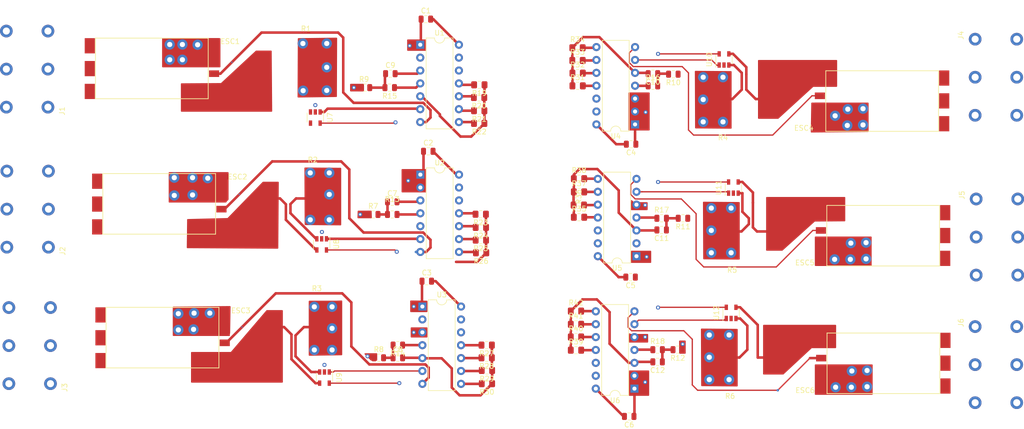
<source format=kicad_pcb>
(kicad_pcb (version 20171130) (host pcbnew "(5.0.0)")
  (layers (0 F.Cu signal) (1 In1.Cu power) (2 In2.Cu power) (31 B.Cu signal) (34 B.Paste user) (35 F.Paste user) (36 B.SilkS user) (37 F.SilkS user) (38 B.Mask user) (39 F.Mask user) (44 Edge.Cuts user))
  (net 0 "")
  (net 1 GNDPWR)
  (net 2 /PWM1)
  (net 3 +12P)
  (net 4 "Net-(ESC1-Pad5)")
  (net 5 "Net-(ESC1-Pad6)")
  (net 6 "Net-(ESC1-Pad7)")
  (net 7 "Net-(ESC2-Pad7)")
  (net 8 "Net-(ESC2-Pad6)")
  (net 9 "Net-(ESC2-Pad5)")
  (net 10 "Net-(ESC3-Pad5)")
  (net 11 "Net-(ESC3-Pad6)")
  (net 12 "Net-(ESC3-Pad7)")
  (net 13 "Net-(ESC4-Pad7)")
  (net 14 "Net-(ESC4-Pad6)")
  (net 15 "Net-(ESC4-Pad5)")
  (net 16 "Net-(ESC5-Pad5)")
  (net 17 "Net-(ESC5-Pad6)")
  (net 18 "Net-(ESC5-Pad7)")
  (net 19 "Net-(ESC6-Pad7)")
  (net 20 "Net-(ESC6-Pad6)")
  (net 21 "Net-(ESC6-Pad5)")
  (net 22 /PWM2)
  (net 23 /PWM3)
  (net 24 /PWM4)
  (net 25 /PWM5)
  (net 26 /PWM6)
  (net 27 "Net-(ESC4-Pad1)")
  (net 28 "Net-(ESC5-Pad1)")
  (net 29 "Net-(ESC6-Pad1)")
  (net 30 "Net-(ESC1-Pad1)")
  (net 31 "Net-(ESC2-Pad1)")
  (net 32 "Net-(ESC3-Pad1)")
  (net 33 +5VP)
  (net 34 "Net-(U4-Pad13)")
  (net 35 "Net-(U4-Pad12)")
  (net 36 "Net-(R16-Pad1)")
  (net 37 /CS4)
  (net 38 "Net-(U1-Pad13)")
  (net 39 "Net-(U1-Pad12)")
  (net 40 "Net-(R15-Pad1)")
  (net 41 /CS1)
  (net 42 /CS6)
  (net 43 "Net-(R18-Pad1)")
  (net 44 "Net-(U6-Pad12)")
  (net 45 "Net-(U6-Pad13)")
  (net 46 "Net-(U5-Pad13)")
  (net 47 "Net-(U5-Pad12)")
  (net 48 "Net-(R17-Pad1)")
  (net 49 /CS5)
  (net 50 /CS3)
  (net 51 "Net-(R14-Pad1)")
  (net 52 "Net-(U3-Pad12)")
  (net 53 "Net-(U3-Pad13)")
  (net 54 "Net-(U2-Pad13)")
  (net 55 "Net-(U2-Pad12)")
  (net 56 "Net-(R13-Pad1)")
  (net 57 /CS2)
  (net 58 "Net-(C10-Pad1)")
  (net 59 "Net-(C7-Pad1)")
  (net 60 "Net-(C8-Pad1)")
  (net 61 "Net-(C9-Pad1)")
  (net 62 "Net-(C11-Pad1)")
  (net 63 "Net-(C12-Pad1)")
  (net 64 "Net-(R25-Pad2)")
  (net 65 "Net-(R36-Pad2)")
  (net 66 "Net-(R24-Pad2)")
  (net 67 "Net-(R28-Pad2)")
  (net 68 "Net-(R27-Pad2)")
  (net 69 "Net-(R26-Pad2)")
  (net 70 "Net-(R30-Pad2)")
  (net 71 "Net-(R23-Pad2)")
  (net 72 "Net-(R22-Pad2)")
  (net 73 "Net-(R21-Pad2)")
  (net 74 "Net-(R20-Pad2)")
  (net 75 "Net-(R19-Pad2)")
  (net 76 "Net-(R32-Pad2)")
  (net 77 "Net-(R42-Pad2)")
  (net 78 "Net-(R31-Pad2)")
  (net 79 "Net-(R33-Pad2)")
  (net 80 "Net-(R34-Pad2)")
  (net 81 "Net-(R35-Pad2)")
  (net 82 "Net-(R29-Pad2)")
  (net 83 "Net-(R38-Pad2)")
  (net 84 "Net-(R39-Pad2)")
  (net 85 "Net-(R40-Pad2)")
  (net 86 "Net-(R41-Pad2)")
  (net 87 "Net-(R37-Pad2)")
  (module "ROV:Shunt Resistor" (layer F.Cu) (at 189.05 87.012)
    (fp_text reference R4 (at 0 0.5) (layer F.SilkS))
    (fp_text value WSLP59311L000FEB)
    (pad 2 smd rect (at 8.3 -7.112) (size 2.7 6.2) (layers F.Cu F.Paste F.Mask) (net 27 "Net-(ESC4-Pad1)"))
    (pad 1 smd rect (at 0 -7.112) (size 2.7 6.2) (layers F.Cu F.Paste F.Mask) (net 3 +12P))
  )
  (module "ROV:Shunt Resistor" (layer F.Cu) (at 108.2 92.388 180)
    (fp_text reference R2 (at 0 0.5 180) (layer F.SilkS))
    (fp_text value WSLP59311L000FEB)
    (pad 2 smd rect (at 8.3 -7.112 180) (size 2.7 6.2) (layers F.Cu F.Paste F.Mask) (net 31 "Net-(ESC2-Pad1)"))
    (pad 1 smd rect (at 0 -7.112 180) (size 2.7 6.2) (layers F.Cu F.Paste F.Mask) (net 3 +12P))
  )
  (module Package_DIP:DIP-14_W7.62mm (layer F.Cu) (at 129.4 94.8)
    (fp_text reference U2 (at 3.81 -2.33) (layer F.SilkS))
    (fp_text value PIC16F15323)
    (pad 14 thru_hole oval (at 7.62 0) (size 1.6 1.6) (drill 0.8) (layers *.Cu *.Mask) (net 1 GNDPWR))
    (pad 7 thru_hole oval (at 0 15.24) (size 1.6 1.6) (drill 0.8) (layers *.Cu *.Mask) (net 22 /PWM2))
    (pad 13 thru_hole oval (at 7.62 2.54) (size 1.6 1.6) (drill 0.8) (layers *.Cu *.Mask) (net 54 "Net-(U2-Pad13)"))
    (pad 6 thru_hole oval (at 0 12.7) (size 1.6 1.6) (drill 0.8) (layers *.Cu *.Mask) (net 57 /CS2))
    (pad 12 thru_hole oval (at 7.62 5.08) (size 1.6 1.6) (drill 0.8) (layers *.Cu *.Mask) (net 55 "Net-(U2-Pad12)"))
    (pad 5 thru_hole oval (at 0 10.16) (size 1.6 1.6) (drill 0.8) (layers *.Cu *.Mask) (net 1 GNDPWR))
    (pad 11 thru_hole oval (at 7.62 7.62) (size 1.6 1.6) (drill 0.8) (layers *.Cu *.Mask) (net 71 "Net-(R23-Pad2)"))
    (pad 4 thru_hole oval (at 0 7.62) (size 1.6 1.6) (drill 0.8) (layers *.Cu *.Mask) (net 56 "Net-(R13-Pad1)"))
    (pad 10 thru_hole oval (at 7.62 10.16) (size 1.6 1.6) (drill 0.8) (layers *.Cu *.Mask) (net 66 "Net-(R24-Pad2)"))
    (pad 3 thru_hole oval (at 0 5.08) (size 1.6 1.6) (drill 0.8) (layers *.Cu *.Mask) (net 1 GNDPWR))
    (pad 9 thru_hole oval (at 7.62 12.7) (size 1.6 1.6) (drill 0.8) (layers *.Cu *.Mask) (net 64 "Net-(R25-Pad2)"))
    (pad 2 thru_hole oval (at 0 2.54) (size 1.6 1.6) (drill 0.8) (layers *.Cu *.Mask) (net 33 +5VP))
    (pad 8 thru_hole oval (at 7.62 15.24) (size 1.6 1.6) (drill 0.8) (layers *.Cu *.Mask) (net 69 "Net-(R26-Pad2)"))
    (pad 1 thru_hole rect (at 0 0) (size 1.6 1.6) (drill 0.8) (layers *.Cu *.Mask) (net 33 +5VP))
  )
  (module Package_DIP:DIP-14_W7.62mm (layer F.Cu) (at 171.6 136.98 180)
    (fp_text reference U6 (at 3.81 -2.33 180) (layer F.SilkS))
    (fp_text value PIC16F15323)
    (pad 14 thru_hole oval (at 7.62 0 180) (size 1.6 1.6) (drill 0.8) (layers *.Cu *.Mask) (net 1 GNDPWR))
    (pad 7 thru_hole oval (at 0 15.24 180) (size 1.6 1.6) (drill 0.8) (layers *.Cu *.Mask) (net 26 /PWM6))
    (pad 13 thru_hole oval (at 7.62 2.54 180) (size 1.6 1.6) (drill 0.8) (layers *.Cu *.Mask) (net 45 "Net-(U6-Pad13)"))
    (pad 6 thru_hole oval (at 0 12.7 180) (size 1.6 1.6) (drill 0.8) (layers *.Cu *.Mask) (net 42 /CS6))
    (pad 12 thru_hole oval (at 7.62 5.08 180) (size 1.6 1.6) (drill 0.8) (layers *.Cu *.Mask) (net 44 "Net-(U6-Pad12)"))
    (pad 5 thru_hole oval (at 0 10.16 180) (size 1.6 1.6) (drill 0.8) (layers *.Cu *.Mask) (net 33 +5VP))
    (pad 11 thru_hole oval (at 7.62 7.62 180) (size 1.6 1.6) (drill 0.8) (layers *.Cu *.Mask) (net 84 "Net-(R39-Pad2)"))
    (pad 4 thru_hole oval (at 0 7.62 180) (size 1.6 1.6) (drill 0.8) (layers *.Cu *.Mask) (net 43 "Net-(R18-Pad1)"))
    (pad 10 thru_hole oval (at 7.62 10.16 180) (size 1.6 1.6) (drill 0.8) (layers *.Cu *.Mask) (net 85 "Net-(R40-Pad2)"))
    (pad 3 thru_hole oval (at 0 5.08 180) (size 1.6 1.6) (drill 0.8) (layers *.Cu *.Mask) (net 1 GNDPWR))
    (pad 9 thru_hole oval (at 7.62 12.7 180) (size 1.6 1.6) (drill 0.8) (layers *.Cu *.Mask) (net 86 "Net-(R41-Pad2)"))
    (pad 2 thru_hole oval (at 0 2.54 180) (size 1.6 1.6) (drill 0.8) (layers *.Cu *.Mask) (net 33 +5VP))
    (pad 8 thru_hole oval (at 7.62 15.24 180) (size 1.6 1.6) (drill 0.8) (layers *.Cu *.Mask) (net 77 "Net-(R42-Pad2)"))
    (pad 1 thru_hole rect (at 0 0 180) (size 1.6 1.6) (drill 0.8) (layers *.Cu *.Mask) (net 33 +5VP))
  )
  (module Package_DIP:DIP-14_W7.62mm (layer F.Cu) (at 172 110.88 180)
    (fp_text reference U5 (at 3.81 -2.33 180) (layer F.SilkS))
    (fp_text value PIC16F15323)
    (pad 14 thru_hole oval (at 7.62 0 180) (size 1.6 1.6) (drill 0.8) (layers *.Cu *.Mask) (net 1 GNDPWR))
    (pad 7 thru_hole oval (at 0 15.24 180) (size 1.6 1.6) (drill 0.8) (layers *.Cu *.Mask) (net 25 /PWM5))
    (pad 13 thru_hole oval (at 7.62 2.54 180) (size 1.6 1.6) (drill 0.8) (layers *.Cu *.Mask) (net 46 "Net-(U5-Pad13)"))
    (pad 6 thru_hole oval (at 0 12.7 180) (size 1.6 1.6) (drill 0.8) (layers *.Cu *.Mask) (net 49 /CS5))
    (pad 12 thru_hole oval (at 7.62 5.08 180) (size 1.6 1.6) (drill 0.8) (layers *.Cu *.Mask) (net 47 "Net-(U5-Pad12)"))
    (pad 5 thru_hole oval (at 0 10.16 180) (size 1.6 1.6) (drill 0.8) (layers *.Cu *.Mask) (net 33 +5VP))
    (pad 11 thru_hole oval (at 7.62 7.62 180) (size 1.6 1.6) (drill 0.8) (layers *.Cu *.Mask) (net 81 "Net-(R35-Pad2)"))
    (pad 4 thru_hole oval (at 0 7.62 180) (size 1.6 1.6) (drill 0.8) (layers *.Cu *.Mask) (net 48 "Net-(R17-Pad1)"))
    (pad 10 thru_hole oval (at 7.62 10.16 180) (size 1.6 1.6) (drill 0.8) (layers *.Cu *.Mask) (net 65 "Net-(R36-Pad2)"))
    (pad 3 thru_hole oval (at 0 5.08 180) (size 1.6 1.6) (drill 0.8) (layers *.Cu *.Mask) (net 1 GNDPWR))
    (pad 9 thru_hole oval (at 7.62 12.7 180) (size 1.6 1.6) (drill 0.8) (layers *.Cu *.Mask) (net 87 "Net-(R37-Pad2)"))
    (pad 2 thru_hole oval (at 0 2.54 180) (size 1.6 1.6) (drill 0.8) (layers *.Cu *.Mask) (net 1 GNDPWR))
    (pad 8 thru_hole oval (at 7.62 15.24 180) (size 1.6 1.6) (drill 0.8) (layers *.Cu *.Mask) (net 83 "Net-(R38-Pad2)"))
    (pad 1 thru_hole rect (at 0 0 180) (size 1.6 1.6) (drill 0.8) (layers *.Cu *.Mask) (net 33 +5VP))
  )
  (module Package_DIP:DIP-14_W7.62mm (layer F.Cu) (at 171.72 84.9 180)
    (fp_text reference U4 (at 3.81 -2.33 180) (layer F.SilkS))
    (fp_text value PIC16F15323)
    (pad 14 thru_hole oval (at 7.62 0 180) (size 1.6 1.6) (drill 0.8) (layers *.Cu *.Mask) (net 1 GNDPWR))
    (pad 7 thru_hole oval (at 0 15.24 180) (size 1.6 1.6) (drill 0.8) (layers *.Cu *.Mask) (net 24 /PWM4))
    (pad 13 thru_hole oval (at 7.62 2.54 180) (size 1.6 1.6) (drill 0.8) (layers *.Cu *.Mask) (net 34 "Net-(U4-Pad13)"))
    (pad 6 thru_hole oval (at 0 12.7 180) (size 1.6 1.6) (drill 0.8) (layers *.Cu *.Mask) (net 37 /CS4))
    (pad 12 thru_hole oval (at 7.62 5.08 180) (size 1.6 1.6) (drill 0.8) (layers *.Cu *.Mask) (net 35 "Net-(U4-Pad12)"))
    (pad 5 thru_hole oval (at 0 10.16 180) (size 1.6 1.6) (drill 0.8) (layers *.Cu *.Mask) (net 1 GNDPWR))
    (pad 11 thru_hole oval (at 7.62 7.62 180) (size 1.6 1.6) (drill 0.8) (layers *.Cu *.Mask) (net 78 "Net-(R31-Pad2)"))
    (pad 4 thru_hole oval (at 0 7.62 180) (size 1.6 1.6) (drill 0.8) (layers *.Cu *.Mask) (net 36 "Net-(R16-Pad1)"))
    (pad 10 thru_hole oval (at 7.62 10.16 180) (size 1.6 1.6) (drill 0.8) (layers *.Cu *.Mask) (net 76 "Net-(R32-Pad2)"))
    (pad 3 thru_hole oval (at 0 5.08 180) (size 1.6 1.6) (drill 0.8) (layers *.Cu *.Mask) (net 33 +5VP))
    (pad 9 thru_hole oval (at 7.62 12.7 180) (size 1.6 1.6) (drill 0.8) (layers *.Cu *.Mask) (net 79 "Net-(R33-Pad2)"))
    (pad 2 thru_hole oval (at 0 2.54 180) (size 1.6 1.6) (drill 0.8) (layers *.Cu *.Mask) (net 33 +5VP))
    (pad 8 thru_hole oval (at 7.62 15.24 180) (size 1.6 1.6) (drill 0.8) (layers *.Cu *.Mask) (net 80 "Net-(R34-Pad2)"))
    (pad 1 thru_hole rect (at 0 0 180) (size 1.6 1.6) (drill 0.8) (layers *.Cu *.Mask) (net 33 +5VP))
  )
  (module Package_DIP:DIP-14_W7.62mm (layer F.Cu) (at 129.8 120.8)
    (fp_text reference U3 (at 3.81 -2.33) (layer F.SilkS))
    (fp_text value PIC16F15323)
    (pad 14 thru_hole oval (at 7.62 0) (size 1.6 1.6) (drill 0.8) (layers *.Cu *.Mask) (net 1 GNDPWR))
    (pad 7 thru_hole oval (at 0 15.24) (size 1.6 1.6) (drill 0.8) (layers *.Cu *.Mask) (net 23 /PWM3))
    (pad 13 thru_hole oval (at 7.62 2.54) (size 1.6 1.6) (drill 0.8) (layers *.Cu *.Mask) (net 53 "Net-(U3-Pad13)"))
    (pad 6 thru_hole oval (at 0 12.7) (size 1.6 1.6) (drill 0.8) (layers *.Cu *.Mask) (net 50 /CS3))
    (pad 12 thru_hole oval (at 7.62 5.08) (size 1.6 1.6) (drill 0.8) (layers *.Cu *.Mask) (net 52 "Net-(U3-Pad12)"))
    (pad 5 thru_hole oval (at 0 10.16) (size 1.6 1.6) (drill 0.8) (layers *.Cu *.Mask) (net 1 GNDPWR))
    (pad 11 thru_hole oval (at 7.62 7.62) (size 1.6 1.6) (drill 0.8) (layers *.Cu *.Mask) (net 68 "Net-(R27-Pad2)"))
    (pad 4 thru_hole oval (at 0 7.62) (size 1.6 1.6) (drill 0.8) (layers *.Cu *.Mask) (net 51 "Net-(R14-Pad1)"))
    (pad 10 thru_hole oval (at 7.62 10.16) (size 1.6 1.6) (drill 0.8) (layers *.Cu *.Mask) (net 67 "Net-(R28-Pad2)"))
    (pad 3 thru_hole oval (at 0 5.08) (size 1.6 1.6) (drill 0.8) (layers *.Cu *.Mask) (net 33 +5VP))
    (pad 9 thru_hole oval (at 7.62 12.7) (size 1.6 1.6) (drill 0.8) (layers *.Cu *.Mask) (net 82 "Net-(R29-Pad2)"))
    (pad 2 thru_hole oval (at 0 2.54) (size 1.6 1.6) (drill 0.8) (layers *.Cu *.Mask) (net 1 GNDPWR))
    (pad 8 thru_hole oval (at 7.62 15.24) (size 1.6 1.6) (drill 0.8) (layers *.Cu *.Mask) (net 70 "Net-(R30-Pad2)"))
    (pad 1 thru_hole rect (at 0 0) (size 1.6 1.6) (drill 0.8) (layers *.Cu *.Mask) (net 33 +5VP))
  )
  (module Package_DIP:DIP-14_W7.62mm (layer F.Cu) (at 129.38 69.2)
    (fp_text reference U1 (at 3.81 -2.33) (layer F.SilkS))
    (fp_text value PIC16F15323)
    (pad 14 thru_hole oval (at 7.62 0) (size 1.6 1.6) (drill 0.8) (layers *.Cu *.Mask) (net 1 GNDPWR))
    (pad 7 thru_hole oval (at 0 15.24) (size 1.6 1.6) (drill 0.8) (layers *.Cu *.Mask) (net 2 /PWM1))
    (pad 13 thru_hole oval (at 7.62 2.54) (size 1.6 1.6) (drill 0.8) (layers *.Cu *.Mask) (net 38 "Net-(U1-Pad13)"))
    (pad 6 thru_hole oval (at 0 12.7) (size 1.6 1.6) (drill 0.8) (layers *.Cu *.Mask) (net 41 /CS1))
    (pad 12 thru_hole oval (at 7.62 5.08) (size 1.6 1.6) (drill 0.8) (layers *.Cu *.Mask) (net 39 "Net-(U1-Pad12)"))
    (pad 5 thru_hole oval (at 0 10.16) (size 1.6 1.6) (drill 0.8) (layers *.Cu *.Mask) (net 1 GNDPWR))
    (pad 11 thru_hole oval (at 7.62 7.62) (size 1.6 1.6) (drill 0.8) (layers *.Cu *.Mask) (net 75 "Net-(R19-Pad2)"))
    (pad 4 thru_hole oval (at 0 7.62) (size 1.6 1.6) (drill 0.8) (layers *.Cu *.Mask) (net 40 "Net-(R15-Pad1)"))
    (pad 10 thru_hole oval (at 7.62 10.16) (size 1.6 1.6) (drill 0.8) (layers *.Cu *.Mask) (net 74 "Net-(R20-Pad2)"))
    (pad 3 thru_hole oval (at 0 5.08) (size 1.6 1.6) (drill 0.8) (layers *.Cu *.Mask) (net 1 GNDPWR))
    (pad 9 thru_hole oval (at 7.62 12.7) (size 1.6 1.6) (drill 0.8) (layers *.Cu *.Mask) (net 73 "Net-(R21-Pad2)"))
    (pad 2 thru_hole oval (at 0 2.54) (size 1.6 1.6) (drill 0.8) (layers *.Cu *.Mask) (net 1 GNDPWR))
    (pad 8 thru_hole oval (at 7.62 15.24) (size 1.6 1.6) (drill 0.8) (layers *.Cu *.Mask) (net 72 "Net-(R22-Pad2)"))
    (pad 1 thru_hole rect (at 0 0) (size 1.6 1.6) (drill 0.8) (layers *.Cu *.Mask) (net 33 +5VP))
  )
  (module Capacitor_SMD:C_0805_2012Metric (layer F.Cu) (at 130.9625 90.2)
    (fp_text reference C2 (at 0 -1.65) (layer F.SilkS))
    (fp_text value .1uF)
    (pad 2 smd roundrect (at 0.9375 0) (size 0.975 1.4) (layers F.Cu F.Paste F.Mask) (net 1 GNDPWR))
    (pad 1 smd roundrect (at -0.9375 0) (size 0.975 1.4) (layers F.Cu F.Paste F.Mask) (net 33 +5VP))
  )
  (module "ROV:Wago Terminal Blocks" (layer F.Cu) (at 56.5 136 90)
    (fp_text reference J3 (at -0.762 2.794 90) (layer F.SilkS))
    (fp_text value Conn_01x03_Female)
    (pad 1 thru_hole circle (at 0 -8.2 90) (size 2.5 2.5) (drill 1.4) (layers *.Cu *.Mask) (net 10 "Net-(ESC3-Pad5)"))
    (pad 2 thru_hole circle (at 7.5 -8.2 90) (size 2.5 2.5) (drill 1.4) (layers *.Cu *.Mask) (net 11 "Net-(ESC3-Pad6)"))
    (pad 3 thru_hole circle (at 15 -8.2 180) (size 2.5 2.5) (drill 1.4) (layers *.Cu *.Mask) (net 12 "Net-(ESC3-Pad7)"))
    (pad 3 thru_hole circle (at 15 0 90) (size 2.5 2.5) (drill 1.4) (layers *.Cu *.Mask) (net 12 "Net-(ESC3-Pad7)"))
    (pad 2 thru_hole circle (at 7.5 0 90) (size 2.5 2.5) (drill 1.4) (layers *.Cu *.Mask) (net 11 "Net-(ESC3-Pad6)"))
    (pad 1 thru_hole circle (at 0 0 90) (size 2.5 2.5) (drill 1.4) (layers *.Cu *.Mask) (net 10 "Net-(ESC3-Pad5)"))
  )
  (module "ROV:Wago Terminal Blocks" (layer F.Cu) (at 56.1 109.1 90)
    (fp_text reference J2 (at -0.762 2.794 90) (layer F.SilkS))
    (fp_text value Conn_01x03_Female)
    (pad 1 thru_hole circle (at 0 -8.2 90) (size 2.5 2.5) (drill 1.4) (layers *.Cu *.Mask) (net 9 "Net-(ESC2-Pad5)"))
    (pad 2 thru_hole circle (at 7.5 -8.2 90) (size 2.5 2.5) (drill 1.4) (layers *.Cu *.Mask) (net 8 "Net-(ESC2-Pad6)"))
    (pad 3 thru_hole circle (at 15 -8.2 180) (size 2.5 2.5) (drill 1.4) (layers *.Cu *.Mask) (net 7 "Net-(ESC2-Pad7)"))
    (pad 3 thru_hole circle (at 15 0 90) (size 2.5 2.5) (drill 1.4) (layers *.Cu *.Mask) (net 7 "Net-(ESC2-Pad7)"))
    (pad 2 thru_hole circle (at 7.5 0 90) (size 2.5 2.5) (drill 1.4) (layers *.Cu *.Mask) (net 8 "Net-(ESC2-Pad6)"))
    (pad 1 thru_hole circle (at 0 0 90) (size 2.5 2.5) (drill 1.4) (layers *.Cu *.Mask) (net 9 "Net-(ESC2-Pad5)"))
  )
  (module "ROV:Wago Terminal Blocks" (layer F.Cu) (at 56 81.5 90)
    (fp_text reference J1 (at -0.762 2.794 90) (layer F.SilkS))
    (fp_text value Conn_01x03_Female)
    (pad 1 thru_hole circle (at 0 -8.2 90) (size 2.5 2.5) (drill 1.4) (layers *.Cu *.Mask) (net 4 "Net-(ESC1-Pad5)"))
    (pad 2 thru_hole circle (at 7.5 -8.2 90) (size 2.5 2.5) (drill 1.4) (layers *.Cu *.Mask) (net 5 "Net-(ESC1-Pad6)"))
    (pad 3 thru_hole circle (at 15 -8.2 180) (size 2.5 2.5) (drill 1.4) (layers *.Cu *.Mask) (net 6 "Net-(ESC1-Pad7)"))
    (pad 3 thru_hole circle (at 15 0 90) (size 2.5 2.5) (drill 1.4) (layers *.Cu *.Mask) (net 6 "Net-(ESC1-Pad7)"))
    (pad 2 thru_hole circle (at 7.5 0 90) (size 2.5 2.5) (drill 1.4) (layers *.Cu *.Mask) (net 5 "Net-(ESC1-Pad6)"))
    (pad 1 thru_hole circle (at 0 0 90) (size 2.5 2.5) (drill 1.4) (layers *.Cu *.Mask) (net 4 "Net-(ESC1-Pad5)"))
  )
  (module Resistor_SMD:R_0805_2012Metric_Pad1.15x1.40mm_HandSolder (layer F.Cu) (at 160.675 98.2)
    (fp_text reference R37 (at 0 -1.65) (layer F.SilkS))
    (fp_text value 1k)
    (pad 2 smd roundrect (at 1.025 0) (size 1.15 1.4) (layers F.Cu F.Paste F.Mask) (roundrect_rratio 0.217391) (net 87 "Net-(R37-Pad2)"))
    (pad 1 smd roundrect (at -1.025 0) (size 1.15 1.4) (layers F.Cu F.Paste F.Mask) (roundrect_rratio 0.217391) (net 1 GNDPWR))
  )
  (module Resistor_SMD:R_0805_2012Metric_Pad1.15x1.40mm_HandSolder (layer F.Cu) (at 160.075 124.3)
    (fp_text reference R41 (at 0 -1.65) (layer F.SilkS))
    (fp_text value 1k)
    (pad 2 smd roundrect (at 1.025 0) (size 1.15 1.4) (layers F.Cu F.Paste F.Mask) (roundrect_rratio 0.217391) (net 86 "Net-(R41-Pad2)"))
    (pad 1 smd roundrect (at -1.025 0) (size 1.15 1.4) (layers F.Cu F.Paste F.Mask) (roundrect_rratio 0.217391) (net 1 GNDPWR))
  )
  (module Resistor_SMD:R_0805_2012Metric_Pad1.15x1.40mm_HandSolder (layer F.Cu) (at 160.075 126.8)
    (fp_text reference R40 (at 0 -1.65) (layer F.SilkS))
    (fp_text value 1k)
    (pad 2 smd roundrect (at 1.025 0) (size 1.15 1.4) (layers F.Cu F.Paste F.Mask) (roundrect_rratio 0.217391) (net 85 "Net-(R40-Pad2)"))
    (pad 1 smd roundrect (at -1.025 0) (size 1.15 1.4) (layers F.Cu F.Paste F.Mask) (roundrect_rratio 0.217391) (net 1 GNDPWR))
  )
  (module Resistor_SMD:R_0805_2012Metric_Pad1.15x1.40mm_HandSolder (layer F.Cu) (at 160.075 129.4)
    (fp_text reference R39 (at 0 -1.65) (layer F.SilkS))
    (fp_text value R_Small)
    (pad 2 smd roundrect (at 1.025 0) (size 1.15 1.4) (layers F.Cu F.Paste F.Mask) (roundrect_rratio 0.217391) (net 84 "Net-(R39-Pad2)"))
    (pad 1 smd roundrect (at -1.025 0) (size 1.15 1.4) (layers F.Cu F.Paste F.Mask) (roundrect_rratio 0.217391) (net 1 GNDPWR))
  )
  (module Resistor_SMD:R_0805_2012Metric_Pad1.15x1.40mm_HandSolder (layer F.Cu) (at 160.675 95.6)
    (fp_text reference R38 (at 0 -1.65) (layer F.SilkS))
    (fp_text value 1k)
    (pad 2 smd roundrect (at 1.025 0) (size 1.15 1.4) (layers F.Cu F.Paste F.Mask) (roundrect_rratio 0.217391) (net 83 "Net-(R38-Pad2)"))
    (pad 1 smd roundrect (at -1.025 0) (size 1.15 1.4) (layers F.Cu F.Paste F.Mask) (roundrect_rratio 0.217391) (net 1 GNDPWR))
  )
  (module Resistor_SMD:R_0805_2012Metric_Pad1.15x1.40mm_HandSolder (layer F.Cu) (at 142.525 133.4 180)
    (fp_text reference R29 (at 0 -1.65 180) (layer F.SilkS))
    (fp_text value 1k)
    (pad 2 smd roundrect (at 1.025 0 180) (size 1.15 1.4) (layers F.Cu F.Paste F.Mask) (roundrect_rratio 0.217391) (net 82 "Net-(R29-Pad2)"))
    (pad 1 smd roundrect (at -1.025 0 180) (size 1.15 1.4) (layers F.Cu F.Paste F.Mask) (roundrect_rratio 0.217391) (net 1 GNDPWR))
  )
  (module Resistor_SMD:R_0805_2012Metric_Pad1.15x1.40mm_HandSolder (layer F.Cu) (at 160.675 103.2)
    (fp_text reference R35 (at 0 -1.65) (layer F.SilkS))
    (fp_text value R_Small)
    (pad 2 smd roundrect (at 1.025 0) (size 1.15 1.4) (layers F.Cu F.Paste F.Mask) (roundrect_rratio 0.217391) (net 81 "Net-(R35-Pad2)"))
    (pad 1 smd roundrect (at -1.025 0) (size 1.15 1.4) (layers F.Cu F.Paste F.Mask) (roundrect_rratio 0.217391) (net 1 GNDPWR))
  )
  (module Resistor_SMD:R_0805_2012Metric_Pad1.15x1.40mm_HandSolder (layer F.Cu) (at 160.375 69.8)
    (fp_text reference R34 (at 0 -1.65) (layer F.SilkS))
    (fp_text value R_Small)
    (pad 2 smd roundrect (at 1.025 0) (size 1.15 1.4) (layers F.Cu F.Paste F.Mask) (roundrect_rratio 0.217391) (net 80 "Net-(R34-Pad2)"))
    (pad 1 smd roundrect (at -1.025 0) (size 1.15 1.4) (layers F.Cu F.Paste F.Mask) (roundrect_rratio 0.217391) (net 1 GNDPWR))
  )
  (module Resistor_SMD:R_0805_2012Metric_Pad1.15x1.40mm_HandSolder (layer F.Cu) (at 160.375 72.3)
    (fp_text reference R33 (at 0 -1.65) (layer F.SilkS))
    (fp_text value R_Small)
    (pad 2 smd roundrect (at 1.025 0) (size 1.15 1.4) (layers F.Cu F.Paste F.Mask) (roundrect_rratio 0.217391) (net 79 "Net-(R33-Pad2)"))
    (pad 1 smd roundrect (at -1.025 0) (size 1.15 1.4) (layers F.Cu F.Paste F.Mask) (roundrect_rratio 0.217391) (net 1 GNDPWR))
  )
  (module Resistor_SMD:R_0805_2012Metric_Pad1.15x1.40mm_HandSolder (layer F.Cu) (at 160.4 77.3)
    (fp_text reference R31 (at 0 -1.65) (layer F.SilkS))
    (fp_text value R_Small)
    (pad 2 smd roundrect (at 1.025 0) (size 1.15 1.4) (layers F.Cu F.Paste F.Mask) (roundrect_rratio 0.217391) (net 78 "Net-(R31-Pad2)"))
    (pad 1 smd roundrect (at -1.025 0) (size 1.15 1.4) (layers F.Cu F.Paste F.Mask) (roundrect_rratio 0.217391) (net 1 GNDPWR))
  )
  (module Resistor_SMD:R_0805_2012Metric_Pad1.15x1.40mm_HandSolder (layer F.Cu) (at 160.075 121.7)
    (fp_text reference R42 (at 0 -1.65) (layer F.SilkS))
    (fp_text value 1k)
    (pad 2 smd roundrect (at 1.025 0) (size 1.15 1.4) (layers F.Cu F.Paste F.Mask) (roundrect_rratio 0.217391) (net 77 "Net-(R42-Pad2)"))
    (pad 1 smd roundrect (at -1.025 0) (size 1.15 1.4) (layers F.Cu F.Paste F.Mask) (roundrect_rratio 0.217391) (net 1 GNDPWR))
  )
  (module Resistor_SMD:R_0805_2012Metric_Pad1.15x1.40mm_HandSolder (layer F.Cu) (at 160.4 74.8)
    (fp_text reference R32 (at 0 -1.65) (layer F.SilkS))
    (fp_text value R_Small)
    (pad 2 smd roundrect (at 1.025 0) (size 1.15 1.4) (layers F.Cu F.Paste F.Mask) (roundrect_rratio 0.217391) (net 76 "Net-(R32-Pad2)"))
    (pad 1 smd roundrect (at -1.025 0) (size 1.15 1.4) (layers F.Cu F.Paste F.Mask) (roundrect_rratio 0.217391) (net 1 GNDPWR))
  )
  (module Resistor_SMD:R_0805_2012Metric_Pad1.15x1.40mm_HandSolder (layer F.Cu) (at 141.025 77.1 180)
    (fp_text reference R19 (at 0 -1.65 180) (layer F.SilkS))
    (fp_text value 1k)
    (pad 2 smd roundrect (at 1.025 0 180) (size 1.15 1.4) (layers F.Cu F.Paste F.Mask) (roundrect_rratio 0.217391) (net 75 "Net-(R19-Pad2)"))
    (pad 1 smd roundrect (at -1.025 0 180) (size 1.15 1.4) (layers F.Cu F.Paste F.Mask) (roundrect_rratio 0.217391) (net 1 GNDPWR))
  )
  (module Resistor_SMD:R_0805_2012Metric_Pad1.15x1.40mm_HandSolder (layer F.Cu) (at 140.975 79.6 180)
    (fp_text reference R20 (at 0 -1.65 180) (layer F.SilkS))
    (fp_text value 1k)
    (pad 2 smd roundrect (at 1.025 0 180) (size 1.15 1.4) (layers F.Cu F.Paste F.Mask) (roundrect_rratio 0.217391) (net 74 "Net-(R20-Pad2)"))
    (pad 1 smd roundrect (at -1.025 0 180) (size 1.15 1.4) (layers F.Cu F.Paste F.Mask) (roundrect_rratio 0.217391) (net 1 GNDPWR))
  )
  (module Resistor_SMD:R_0805_2012Metric_Pad1.15x1.40mm_HandSolder (layer F.Cu) (at 141 82.2 180)
    (fp_text reference R21 (at 0 -1.65 180) (layer F.SilkS))
    (fp_text value 1k)
    (pad 2 smd roundrect (at 1.025 0 180) (size 1.15 1.4) (layers F.Cu F.Paste F.Mask) (roundrect_rratio 0.217391) (net 73 "Net-(R21-Pad2)"))
    (pad 1 smd roundrect (at -1.025 0 180) (size 1.15 1.4) (layers F.Cu F.Paste F.Mask) (roundrect_rratio 0.217391) (net 1 GNDPWR))
  )
  (module Resistor_SMD:R_0805_2012Metric_Pad1.15x1.40mm_HandSolder (layer F.Cu) (at 141 84.7 180)
    (fp_text reference R22 (at 0 -1.65 180) (layer F.SilkS))
    (fp_text value 1k)
    (pad 2 smd roundrect (at 1.025 0 180) (size 1.15 1.4) (layers F.Cu F.Paste F.Mask) (roundrect_rratio 0.217391) (net 72 "Net-(R22-Pad2)"))
    (pad 1 smd roundrect (at -1.025 0 180) (size 1.15 1.4) (layers F.Cu F.Paste F.Mask) (roundrect_rratio 0.217391) (net 1 GNDPWR))
  )
  (module Resistor_SMD:R_0805_2012Metric_Pad1.15x1.40mm_HandSolder (layer F.Cu) (at 141.3 102.6 180)
    (fp_text reference R23 (at 0 -1.65 180) (layer F.SilkS))
    (fp_text value R_Small)
    (pad 2 smd roundrect (at 1.025 0 180) (size 1.15 1.4) (layers F.Cu F.Paste F.Mask) (roundrect_rratio 0.217391) (net 71 "Net-(R23-Pad2)"))
    (pad 1 smd roundrect (at -1.025 0 180) (size 1.15 1.4) (layers F.Cu F.Paste F.Mask) (roundrect_rratio 0.217391) (net 1 GNDPWR))
  )
  (module Resistor_SMD:R_0805_2012Metric_Pad1.15x1.40mm_HandSolder (layer F.Cu) (at 142.525 136 180)
    (fp_text reference R30 (at 0 -1.65 180) (layer F.SilkS))
    (fp_text value 1k)
    (pad 2 smd roundrect (at 1.025 0 180) (size 1.15 1.4) (layers F.Cu F.Paste F.Mask) (roundrect_rratio 0.217391) (net 70 "Net-(R30-Pad2)"))
    (pad 1 smd roundrect (at -1.025 0 180) (size 1.15 1.4) (layers F.Cu F.Paste F.Mask) (roundrect_rratio 0.217391) (net 1 GNDPWR))
  )
  (module Resistor_SMD:R_0805_2012Metric_Pad1.15x1.40mm_HandSolder (layer F.Cu) (at 141.375 110.2 180)
    (fp_text reference R26 (at 0 -1.65 180) (layer F.SilkS))
    (fp_text value 1k)
    (pad 2 smd roundrect (at 1.025 0 180) (size 1.15 1.4) (layers F.Cu F.Paste F.Mask) (roundrect_rratio 0.217391) (net 69 "Net-(R26-Pad2)"))
    (pad 1 smd roundrect (at -1.025 0 180) (size 1.15 1.4) (layers F.Cu F.Paste F.Mask) (roundrect_rratio 0.217391) (net 1 GNDPWR))
  )
  (module Resistor_SMD:R_0805_2012Metric_Pad1.15x1.40mm_HandSolder (layer F.Cu) (at 142.475 128.4 180)
    (fp_text reference R27 (at 0 -1.65 180) (layer F.SilkS))
    (fp_text value R_Small)
    (pad 2 smd roundrect (at 1.025 0 180) (size 1.15 1.4) (layers F.Cu F.Paste F.Mask) (roundrect_rratio 0.217391) (net 68 "Net-(R27-Pad2)"))
    (pad 1 smd roundrect (at -1.025 0 180) (size 1.15 1.4) (layers F.Cu F.Paste F.Mask) (roundrect_rratio 0.217391) (net 1 GNDPWR))
  )
  (module Resistor_SMD:R_0805_2012Metric_Pad1.15x1.40mm_HandSolder (layer F.Cu) (at 142.475 130.9 180)
    (fp_text reference R28 (at 0 -1.65 180) (layer F.SilkS))
    (fp_text value 1k)
    (pad 2 smd roundrect (at 1.025 0 180) (size 1.15 1.4) (layers F.Cu F.Paste F.Mask) (roundrect_rratio 0.217391) (net 67 "Net-(R28-Pad2)"))
    (pad 1 smd roundrect (at -1.025 0 180) (size 1.15 1.4) (layers F.Cu F.Paste F.Mask) (roundrect_rratio 0.217391) (net 1 GNDPWR))
  )
  (module Resistor_SMD:R_0805_2012Metric_Pad1.15x1.40mm_HandSolder (layer F.Cu) (at 141.325 105.2 180)
    (fp_text reference R24 (at 0 -1.65 180) (layer F.SilkS))
    (fp_text value 1k)
    (pad 2 smd roundrect (at 1.025 0 180) (size 1.15 1.4) (layers F.Cu F.Paste F.Mask) (roundrect_rratio 0.217391) (net 66 "Net-(R24-Pad2)"))
    (pad 1 smd roundrect (at -1.025 0 180) (size 1.15 1.4) (layers F.Cu F.Paste F.Mask) (roundrect_rratio 0.217391) (net 1 GNDPWR))
  )
  (module Resistor_SMD:R_0805_2012Metric_Pad1.15x1.40mm_HandSolder (layer F.Cu) (at 160.625 100.8)
    (fp_text reference R36 (at 0 -1.65 90) (layer F.SilkS))
    (fp_text value 1k)
    (pad 2 smd roundrect (at 1.025 0) (size 1.15 1.4) (layers F.Cu F.Paste F.Mask) (roundrect_rratio 0.217391) (net 65 "Net-(R36-Pad2)"))
    (pad 1 smd roundrect (at -1.025 0) (size 1.15 1.4) (layers F.Cu F.Paste F.Mask) (roundrect_rratio 0.217391) (net 1 GNDPWR))
  )
  (module Resistor_SMD:R_0805_2012Metric_Pad1.15x1.40mm_HandSolder (layer F.Cu) (at 141.325 107.7 180)
    (fp_text reference R25 (at 0 -1.65 180) (layer F.SilkS))
    (fp_text value 1k)
    (pad 2 smd roundrect (at 1.025 0 180) (size 1.15 1.4) (layers F.Cu F.Paste F.Mask) (roundrect_rratio 0.217391) (net 64 "Net-(R25-Pad2)"))
    (pad 1 smd roundrect (at -1.025 0 180) (size 1.15 1.4) (layers F.Cu F.Paste F.Mask) (roundrect_rratio 0.217391) (net 1 GNDPWR))
  )
  (module "ROV:Wago Terminal Blocks" (layer F.Cu) (at 238.95 99.6 270)
    (fp_text reference J5 (at -0.762 2.794 270) (layer F.SilkS))
    (fp_text value Conn_01x03_Female)
    (pad 1 thru_hole circle (at 0 -8.2 270) (size 2.5 2.5) (drill 1.4) (layers *.Cu *.Mask) (net 16 "Net-(ESC5-Pad5)"))
    (pad 2 thru_hole circle (at 7.5 -8.2 270) (size 2.5 2.5) (drill 1.4) (layers *.Cu *.Mask) (net 17 "Net-(ESC5-Pad6)"))
    (pad 3 thru_hole circle (at 15 -8.2) (size 2.5 2.5) (drill 1.4) (layers *.Cu *.Mask) (net 18 "Net-(ESC5-Pad7)"))
    (pad 3 thru_hole circle (at 15 0 270) (size 2.5 2.5) (drill 1.4) (layers *.Cu *.Mask) (net 18 "Net-(ESC5-Pad7)"))
    (pad 2 thru_hole circle (at 7.5 0 270) (size 2.5 2.5) (drill 1.4) (layers *.Cu *.Mask) (net 17 "Net-(ESC5-Pad6)"))
    (pad 1 thru_hole circle (at 0 0 270) (size 2.5 2.5) (drill 1.4) (layers *.Cu *.Mask) (net 16 "Net-(ESC5-Pad5)"))
  )
  (module "ROV:Wago Terminal Blocks" (layer F.Cu) (at 238.75 124.75 270)
    (fp_text reference J6 (at -0.762 2.794 270) (layer F.SilkS))
    (fp_text value Conn_01x03_Female)
    (pad 1 thru_hole circle (at 0 -8.2 270) (size 2.5 2.5) (drill 1.4) (layers *.Cu *.Mask) (net 21 "Net-(ESC6-Pad5)"))
    (pad 2 thru_hole circle (at 7.5 -8.2 270) (size 2.5 2.5) (drill 1.4) (layers *.Cu *.Mask) (net 20 "Net-(ESC6-Pad6)"))
    (pad 3 thru_hole circle (at 15 -8.2) (size 2.5 2.5) (drill 1.4) (layers *.Cu *.Mask) (net 19 "Net-(ESC6-Pad7)"))
    (pad 3 thru_hole circle (at 15 0 270) (size 2.5 2.5) (drill 1.4) (layers *.Cu *.Mask) (net 19 "Net-(ESC6-Pad7)"))
    (pad 2 thru_hole circle (at 7.5 0 270) (size 2.5 2.5) (drill 1.4) (layers *.Cu *.Mask) (net 20 "Net-(ESC6-Pad6)"))
    (pad 1 thru_hole circle (at 0 0 270) (size 2.5 2.5) (drill 1.4) (layers *.Cu *.Mask) (net 21 "Net-(ESC6-Pad5)"))
  )
  (module "ROV:Wago Terminal Blocks" (layer F.Cu) (at 238.75 68.1 270)
    (fp_text reference J4 (at -0.762 2.794 270) (layer F.SilkS))
    (fp_text value Conn_01x03_Female)
    (pad 1 thru_hole circle (at 0 -8.2 270) (size 2.5 2.5) (drill 1.4) (layers *.Cu *.Mask) (net 15 "Net-(ESC4-Pad5)"))
    (pad 2 thru_hole circle (at 7.5 -8.2 270) (size 2.5 2.5) (drill 1.4) (layers *.Cu *.Mask) (net 14 "Net-(ESC4-Pad6)"))
    (pad 3 thru_hole circle (at 15 -8.2) (size 2.5 2.5) (drill 1.4) (layers *.Cu *.Mask) (net 13 "Net-(ESC4-Pad7)"))
    (pad 3 thru_hole circle (at 15 0 270) (size 2.5 2.5) (drill 1.4) (layers *.Cu *.Mask) (net 13 "Net-(ESC4-Pad7)"))
    (pad 2 thru_hole circle (at 7.5 0 270) (size 2.5 2.5) (drill 1.4) (layers *.Cu *.Mask) (net 14 "Net-(ESC4-Pad6)"))
    (pad 1 thru_hole circle (at 0 0 270) (size 2.5 2.5) (drill 1.4) (layers *.Cu *.Mask) (net 15 "Net-(ESC4-Pad5)"))
  )
  (module Resistor_SMD:R_0805_2012Metric (layer F.Cu) (at 121.2125 130.9)
    (fp_text reference R8 (at 0 -1.65) (layer F.SilkS))
    (fp_text value 10k)
    (pad 2 smd roundrect (at 0.9375 0) (size 0.975 1.4) (layers F.Cu F.Paste F.Mask) (net 60 "Net-(C8-Pad1)"))
    (pad 1 smd roundrect (at -0.9375 0) (size 0.975 1.4) (layers F.Cu F.Paste F.Mask) (net 33 +5VP))
  )
  (module ROV:ESC (layer F.Cu) (at 207.15 86.263001)
    (fp_text reference ESC4 (at -2.159 -0.643) (layer F.SilkS))
    (fp_text value ESC)
    (pad 7 smd rect (at 25.5 -1.5) (size 2 3) (layers F.Cu F.Paste F.Mask) (net 13 "Net-(ESC4-Pad7)"))
    (pad 6 smd rect (at 25.5 -6) (size 2 3) (layers F.Cu F.Paste F.Mask) (net 14 "Net-(ESC4-Pad6)"))
    (pad 5 smd rect (at 25.5 -10.5) (size 2 3) (layers F.Cu F.Paste F.Mask) (net 15 "Net-(ESC4-Pad5)"))
    (pad 1 smd rect (at 1 -10.5) (size 2 3) (layers F.Cu F.Paste F.Mask) (net 27 "Net-(ESC4-Pad1)"))
    (pad 2 smd rect (at 1 -7) (size 2 1.3) (layers F.Cu F.Paste F.Mask) (net 24 /PWM4))
    (pad 3 smd rect (at 1 -5) (size 2 1.3) (layers F.Cu F.Paste F.Mask) (net 1 GNDPWR))
    (pad 4 smd rect (at 1 -1.5) (size 2 3) (layers F.Cu F.Paste F.Mask) (net 1 GNDPWR))
  )
  (module "ROV:Shunt Resistor" (layer F.Cu) (at 190.85 113.112)
    (fp_text reference R5 (at 0 0.5) (layer F.SilkS))
    (fp_text value WSLP59311L000FEB)
    (pad 2 smd rect (at 8.3 -7.112) (size 2.7 6.2) (layers F.Cu F.Paste F.Mask) (net 28 "Net-(ESC5-Pad1)"))
    (pad 1 smd rect (at 0 -7.112) (size 2.7 6.2) (layers F.Cu F.Paste F.Mask) (net 3 +12P))
  )
  (module "ROV:Shunt Resistor" (layer F.Cu) (at 109 117.738 180)
    (fp_text reference R3 (at 0 0.5 180) (layer F.SilkS))
    (fp_text value WSLP59311L000FEB)
    (pad 2 smd rect (at 8.3 -7.112 180) (size 2.7 6.2) (layers F.Cu F.Paste F.Mask) (net 32 "Net-(ESC3-Pad1)"))
    (pad 1 smd rect (at 0 -7.112 180) (size 2.7 6.2) (layers F.Cu F.Paste F.Mask) (net 3 +12P))
  )
  (module "ROV:Shunt Resistor" (layer F.Cu) (at 106.85 66.538 180)
    (fp_text reference R1 (at 0 0.5 180) (layer F.SilkS))
    (fp_text value WSLP59311L000FEB)
    (pad 2 smd rect (at 8.3 -7.112 180) (size 2.7 6.2) (layers F.Cu F.Paste F.Mask) (net 30 "Net-(ESC1-Pad1)"))
    (pad 1 smd rect (at 0 -7.112 180) (size 2.7 6.2) (layers F.Cu F.Paste F.Mask) (net 3 +12P))
  )
  (module "ROV:Shunt Resistor" (layer F.Cu) (at 190.45 137.962)
    (fp_text reference R6 (at 0 0.5) (layer F.SilkS))
    (fp_text value WSLP59311L000FEB)
    (pad 2 smd rect (at 8.3 -7.112) (size 2.7 6.2) (layers F.Cu F.Paste F.Mask) (net 29 "Net-(ESC6-Pad1)"))
    (pad 1 smd rect (at 0 -7.112) (size 2.7 6.2) (layers F.Cu F.Paste F.Mask) (net 3 +12P))
  )
  (module Resistor_SMD:R_0805_2012Metric (layer F.Cu) (at 176.9625 103.4)
    (fp_text reference R17 (at 0 -1.65) (layer F.SilkS))
    (fp_text value 100)
    (pad 2 smd roundrect (at 0.9375 0) (size 0.975 1.4) (layers F.Cu F.Paste F.Mask) (net 62 "Net-(C11-Pad1)"))
    (pad 1 smd roundrect (at -0.9375 0) (size 0.975 1.4) (layers F.Cu F.Paste F.Mask) (net 48 "Net-(R17-Pad1)"))
  )
  (module Resistor_SMD:R_0805_2012Metric (layer F.Cu) (at 120.1125 102.65)
    (fp_text reference R7 (at 0 -1.65) (layer F.SilkS))
    (fp_text value 10k)
    (pad 2 smd roundrect (at 0.9375 0) (size 0.975 1.4) (layers F.Cu F.Paste F.Mask) (net 59 "Net-(C7-Pad1)"))
    (pad 1 smd roundrect (at -0.9375 0) (size 0.975 1.4) (layers F.Cu F.Paste F.Mask) (net 33 +5VP))
  )
  (module Resistor_SMD:R_0805_2012Metric (layer F.Cu) (at 124.9625 128.4 180)
    (fp_text reference R14 (at 0 -1.65 180) (layer F.SilkS))
    (fp_text value 100)
    (pad 2 smd roundrect (at 0.9375 0 180) (size 0.975 1.4) (layers F.Cu F.Paste F.Mask) (net 60 "Net-(C8-Pad1)"))
    (pad 1 smd roundrect (at -0.9375 0 180) (size 0.975 1.4) (layers F.Cu F.Paste F.Mask) (net 51 "Net-(R14-Pad1)"))
  )
  (module Resistor_SMD:R_0805_2012Metric (layer F.Cu) (at 123.3625 77.65 180)
    (fp_text reference R15 (at 0 -1.65) (layer F.SilkS))
    (fp_text value 100)
    (pad 2 smd roundrect (at 0.9375 0 180) (size 0.975 1.4) (layers F.Cu F.Paste F.Mask) (net 61 "Net-(C9-Pad1)"))
    (pad 1 smd roundrect (at -0.9375 0 180) (size 0.975 1.4) (layers F.Cu F.Paste F.Mask) (net 40 "Net-(R15-Pad1)"))
  )
  (module Resistor_SMD:R_0805_2012Metric (layer F.Cu) (at 175.2375 77.3)
    (fp_text reference R16 (at 0 -1.65) (layer F.SilkS))
    (fp_text value 100)
    (pad 2 smd roundrect (at 0.9375 0) (size 0.975 1.4) (layers F.Cu F.Paste F.Mask) (net 58 "Net-(C10-Pad1)"))
    (pad 1 smd roundrect (at -0.9375 0) (size 0.975 1.4) (layers F.Cu F.Paste F.Mask) (net 36 "Net-(R16-Pad1)"))
  )
  (module Resistor_SMD:R_0805_2012Metric (layer F.Cu) (at 118.4875 77.65)
    (fp_text reference R9 (at -0.1875 -1.65) (layer F.SilkS))
    (fp_text value 10k)
    (pad 2 smd roundrect (at 0.9375 0) (size 0.975 1.4) (layers F.Cu F.Paste F.Mask) (net 61 "Net-(C9-Pad1)"))
    (pad 1 smd roundrect (at -0.9375 0) (size 0.975 1.4) (layers F.Cu F.Paste F.Mask) (net 33 +5VP))
  )
  (module Resistor_SMD:R_0805_2012Metric (layer F.Cu) (at 179.2625 75 180)
    (fp_text reference R10 (at 0 -1.65 180) (layer F.SilkS))
    (fp_text value 10k)
    (pad 2 smd roundrect (at 0.9375 0 180) (size 0.975 1.4) (layers F.Cu F.Paste F.Mask) (net 58 "Net-(C10-Pad1)"))
    (pad 1 smd roundrect (at -0.9375 0 180) (size 0.975 1.4) (layers F.Cu F.Paste F.Mask) (net 33 +5VP))
  )
  (module Resistor_SMD:R_0805_2012Metric (layer F.Cu) (at 181.1625 103.4 180)
    (fp_text reference R11 (at 0 -1.65 180) (layer F.SilkS))
    (fp_text value 10k)
    (pad 2 smd roundrect (at 0.9375 0 180) (size 0.975 1.4) (layers F.Cu F.Paste F.Mask) (net 62 "Net-(C11-Pad1)"))
    (pad 1 smd roundrect (at -0.9375 0 180) (size 0.975 1.4) (layers F.Cu F.Paste F.Mask) (net 33 +5VP))
  )
  (module Resistor_SMD:R_0805_2012Metric (layer F.Cu) (at 176.1625 129.3)
    (fp_text reference R18 (at 0 -1.65) (layer F.SilkS))
    (fp_text value 100)
    (pad 2 smd roundrect (at 0.9375 0) (size 0.975 1.4) (layers F.Cu F.Paste F.Mask) (net 63 "Net-(C12-Pad1)"))
    (pad 1 smd roundrect (at -0.9375 0) (size 0.975 1.4) (layers F.Cu F.Paste F.Mask) (net 43 "Net-(R18-Pad1)"))
  )
  (module Resistor_SMD:R_0805_2012Metric (layer F.Cu) (at 180.1375 129.3 180)
    (fp_text reference R12 (at 0 -1.65 180) (layer F.SilkS))
    (fp_text value 10k)
    (pad 2 smd roundrect (at 0.9375 0 180) (size 0.975 1.4) (layers F.Cu F.Paste F.Mask) (net 63 "Net-(C12-Pad1)"))
    (pad 1 smd roundrect (at -0.9375 0 180) (size 0.975 1.4) (layers F.Cu F.Paste F.Mask) (net 33 +5VP))
  )
  (module Resistor_SMD:R_0805_2012Metric (layer F.Cu) (at 123.8625 102.65 180)
    (fp_text reference R13 (at 0 3 180) (layer F.SilkS))
    (fp_text value 100)
    (pad 2 smd roundrect (at 0.9375 0 180) (size 0.975 1.4) (layers F.Cu F.Paste F.Mask) (net 59 "Net-(C7-Pad1)"))
    (pad 1 smd roundrect (at -0.9375 0 180) (size 0.975 1.4) (layers F.Cu F.Paste F.Mask) (net 56 "Net-(R13-Pad1)"))
  )
  (module Capacitor_SMD:C_0805_2012Metric (layer F.Cu) (at 176.1625 131.7 180)
    (fp_text reference C12 (at 0 -1.65 180) (layer F.SilkS))
    (fp_text value 10nF)
    (pad 2 smd roundrect (at 0.9375 0 180) (size 0.975 1.4) (layers F.Cu F.Paste F.Mask) (net 1 GNDPWR))
    (pad 1 smd roundrect (at -0.9375 0 180) (size 0.975 1.4) (layers F.Cu F.Paste F.Mask) (net 63 "Net-(C12-Pad1)"))
  )
  (module Capacitor_SMD:C_0805_2012Metric (layer F.Cu) (at 176.9625 105.7 180)
    (fp_text reference C11 (at 0 -1.65 180) (layer F.SilkS))
    (fp_text value 10nF)
    (pad 2 smd roundrect (at 0.9375 0 180) (size 0.975 1.4) (layers F.Cu F.Paste F.Mask) (net 1 GNDPWR))
    (pad 1 smd roundrect (at -0.9375 0 180) (size 0.975 1.4) (layers F.Cu F.Paste F.Mask) (net 62 "Net-(C11-Pad1)"))
  )
  (module Capacitor_SMD:C_0805_2012Metric (layer F.Cu) (at 123.4875 74.9)
    (fp_text reference C9 (at 0 -1.65) (layer F.SilkS))
    (fp_text value 10nF)
    (pad 2 smd roundrect (at 0.9375 0) (size 0.975 1.4) (layers F.Cu F.Paste F.Mask) (net 1 GNDPWR))
    (pad 1 smd roundrect (at -0.9375 0) (size 0.975 1.4) (layers F.Cu F.Paste F.Mask) (net 61 "Net-(C9-Pad1)"))
  )
  (module Capacitor_SMD:C_0805_2012Metric (layer F.Cu) (at 124.9625 130.9)
    (fp_text reference C8 (at 0 -1.65) (layer F.SilkS))
    (fp_text value 10nF)
    (pad 2 smd roundrect (at 0.9375 0) (size 0.975 1.4) (layers F.Cu F.Paste F.Mask) (net 1 GNDPWR))
    (pad 1 smd roundrect (at -0.9375 0) (size 0.975 1.4) (layers F.Cu F.Paste F.Mask) (net 60 "Net-(C8-Pad1)"))
  )
  (module Capacitor_SMD:C_0805_2012Metric (layer F.Cu) (at 123.8625 100.15)
    (fp_text reference C7 (at 0 -1.65) (layer F.SilkS))
    (fp_text value 10nF)
    (pad 2 smd roundrect (at 0.9375 0) (size 0.975 1.4) (layers F.Cu F.Paste F.Mask) (net 1 GNDPWR))
    (pad 1 smd roundrect (at -0.9375 0) (size 0.975 1.4) (layers F.Cu F.Paste F.Mask) (net 59 "Net-(C7-Pad1)"))
  )
  (module Capacitor_SMD:C_0805_2012Metric (layer F.Cu) (at 175.2375 74.9 180)
    (fp_text reference C10 (at 0 -1.65 180) (layer F.SilkS))
    (fp_text value 10nF)
    (pad 2 smd roundrect (at 0.9375 0 180) (size 0.975 1.4) (layers F.Cu F.Paste F.Mask) (net 1 GNDPWR))
    (pad 1 smd roundrect (at -0.9375 0 180) (size 0.975 1.4) (layers F.Cu F.Paste F.Mask) (net 58 "Net-(C10-Pad1)"))
  )
  (module Capacitor_SMD:C_0805_2012Metric (layer F.Cu) (at 170.9375 88.8 180)
    (fp_text reference C4 (at 0 -1.65 180) (layer F.SilkS))
    (fp_text value .1uF)
    (pad 2 smd roundrect (at 0.9375 0 180) (size 0.975 1.4) (layers F.Cu F.Paste F.Mask) (net 1 GNDPWR))
    (pad 1 smd roundrect (at -0.9375 0 180) (size 0.975 1.4) (layers F.Cu F.Paste F.Mask) (net 33 +5VP))
  )
  (module Capacitor_SMD:C_0805_2012Metric (layer F.Cu) (at 170.563534 142.453272 180)
    (fp_text reference C6 (at 0 -1.65 180) (layer F.SilkS))
    (fp_text value .1uF)
    (pad 2 smd roundrect (at 0.9375 0 180) (size 0.975 1.4) (layers F.Cu F.Paste F.Mask) (net 1 GNDPWR))
    (pad 1 smd roundrect (at -0.9375 0 180) (size 0.975 1.4) (layers F.Cu F.Paste F.Mask) (net 33 +5VP))
  )
  (module Capacitor_SMD:C_0805_2012Metric (layer F.Cu) (at 170.8375 115 180)
    (fp_text reference C5 (at 0 -1.65 180) (layer F.SilkS))
    (fp_text value .1uF)
    (pad 2 smd roundrect (at 0.9375 0 180) (size 0.975 1.4) (layers F.Cu F.Paste F.Mask) (net 1 GNDPWR))
    (pad 1 smd roundrect (at -0.9375 0 180) (size 0.975 1.4) (layers F.Cu F.Paste F.Mask) (net 33 +5VP))
  )
  (module Capacitor_SMD:C_0805_2012Metric (layer F.Cu) (at 130.4875 64.15)
    (fp_text reference C1 (at 0 -1.65) (layer F.SilkS))
    (fp_text value .1uF)
    (pad 2 smd roundrect (at 0.9375 0) (size 0.975 1.4) (layers F.Cu F.Paste F.Mask) (net 1 GNDPWR))
    (pad 1 smd roundrect (at -0.9375 0) (size 0.975 1.4) (layers F.Cu F.Paste F.Mask) (net 33 +5VP))
  )
  (module Capacitor_SMD:C_0805_2012Metric (layer F.Cu) (at 130.6625 115.8)
    (fp_text reference C3 (at 0 -1.65) (layer F.SilkS))
    (fp_text value .1uF)
    (pad 2 smd roundrect (at 0.9375 0) (size 0.975 1.4) (layers F.Cu F.Paste F.Mask) (net 1 GNDPWR))
    (pad 1 smd roundrect (at -0.9375 0) (size 0.975 1.4) (layers F.Cu F.Paste F.Mask) (net 33 +5VP))
  )
  (module Package_TO_SOT_SMD:SOT-23-5 (layer F.Cu) (at 108.7 83.55 270)
    (fp_text reference U7 (at 0 -2.9 270) (layer F.SilkS))
    (fp_text value TSC888)
    (pad 5 smd rect (at 1.1 -0.95 270) (size 1.06 0.65) (layers F.Cu F.Paste F.Mask) (net 33 +5VP))
    (pad 4 smd rect (at 1.1 0.95 270) (size 1.06 0.65) (layers F.Cu F.Paste F.Mask) (net 30 "Net-(ESC1-Pad1)"))
    (pad 3 smd rect (at -1.1 0.95 270) (size 1.06 0.65) (layers F.Cu F.Paste F.Mask) (net 3 +12P))
    (pad 2 smd rect (at -1.1 0 270) (size 1.06 0.65) (layers F.Cu F.Paste F.Mask) (net 1 GNDPWR))
    (pad 1 smd rect (at -1.1 -0.95 270) (size 1.06 0.65) (layers F.Cu F.Paste F.Mask) (net 41 /CS1))
  )
  (module Package_TO_SOT_SMD:SOT-23-5 (layer F.Cu) (at 109.95 108.55 270)
    (fp_text reference U8 (at 0 -2.9 270) (layer F.SilkS))
    (fp_text value TSC888)
    (pad 5 smd rect (at 1.1 -0.95 270) (size 1.06 0.65) (layers F.Cu F.Paste F.Mask) (net 33 +5VP))
    (pad 4 smd rect (at 1.1 0.95 270) (size 1.06 0.65) (layers F.Cu F.Paste F.Mask) (net 31 "Net-(ESC2-Pad1)"))
    (pad 3 smd rect (at -1.1 0.95 270) (size 1.06 0.65) (layers F.Cu F.Paste F.Mask) (net 3 +12P))
    (pad 2 smd rect (at -1.1 0 270) (size 1.06 0.65) (layers F.Cu F.Paste F.Mask) (net 1 GNDPWR))
    (pad 1 smd rect (at -1.1 -0.95 270) (size 1.06 0.65) (layers F.Cu F.Paste F.Mask) (net 57 /CS2))
  )
  (module Package_TO_SOT_SMD:SOT-23-5 (layer F.Cu) (at 189.25 72.1 90)
    (fp_text reference U10 (at 0 -2.9 90) (layer F.SilkS))
    (fp_text value TSC888)
    (pad 5 smd rect (at 1.1 -0.95 90) (size 1.06 0.65) (layers F.Cu F.Paste F.Mask) (net 33 +5VP))
    (pad 4 smd rect (at 1.1 0.95 90) (size 1.06 0.65) (layers F.Cu F.Paste F.Mask) (net 27 "Net-(ESC4-Pad1)"))
    (pad 3 smd rect (at -1.1 0.95 90) (size 1.06 0.65) (layers F.Cu F.Paste F.Mask) (net 3 +12P))
    (pad 2 smd rect (at -1.1 0 90) (size 1.06 0.65) (layers F.Cu F.Paste F.Mask) (net 1 GNDPWR))
    (pad 1 smd rect (at -1.1 -0.95 90) (size 1.06 0.65) (layers F.Cu F.Paste F.Mask) (net 37 /CS4))
  )
  (module Package_TO_SOT_SMD:SOT-23-5 (layer F.Cu) (at 110.5 134.8 270)
    (fp_text reference U9 (at 0 -2.9 270) (layer F.SilkS))
    (fp_text value TSC888)
    (pad 5 smd rect (at 1.1 -0.95 270) (size 1.06 0.65) (layers F.Cu F.Paste F.Mask) (net 33 +5VP))
    (pad 4 smd rect (at 1.1 0.95 270) (size 1.06 0.65) (layers F.Cu F.Paste F.Mask) (net 32 "Net-(ESC3-Pad1)"))
    (pad 3 smd rect (at -1.1 0.95 270) (size 1.06 0.65) (layers F.Cu F.Paste F.Mask) (net 3 +12P))
    (pad 2 smd rect (at -1.1 0 270) (size 1.06 0.65) (layers F.Cu F.Paste F.Mask) (net 1 GNDPWR))
    (pad 1 smd rect (at -1.1 -0.95 270) (size 1.06 0.65) (layers F.Cu F.Paste F.Mask) (net 50 /CS3))
  )
  (module Package_TO_SOT_SMD:SOT-23-5 (layer F.Cu) (at 190.65 122.05 90)
    (fp_text reference U12 (at 0 -2.9 90) (layer F.SilkS))
    (fp_text value TSC888)
    (pad 5 smd rect (at 1.1 -0.95 90) (size 1.06 0.65) (layers F.Cu F.Paste F.Mask) (net 33 +5VP))
    (pad 4 smd rect (at 1.1 0.95 90) (size 1.06 0.65) (layers F.Cu F.Paste F.Mask) (net 29 "Net-(ESC6-Pad1)"))
    (pad 3 smd rect (at -1.1 0.95 90) (size 1.06 0.65) (layers F.Cu F.Paste F.Mask) (net 3 +12P))
    (pad 2 smd rect (at -1.1 0 90) (size 1.06 0.65) (layers F.Cu F.Paste F.Mask) (net 1 GNDPWR))
    (pad 1 smd rect (at -1.1 -0.95 90) (size 1.06 0.65) (layers F.Cu F.Paste F.Mask) (net 42 /CS6))
  )
  (module Package_TO_SOT_SMD:SOT-23-5 (layer F.Cu) (at 191.1 97.35 90)
    (fp_text reference U11 (at 0 -2.9 90) (layer F.SilkS))
    (fp_text value TSC888)
    (pad 5 smd rect (at 1.1 -0.95 90) (size 1.06 0.65) (layers F.Cu F.Paste F.Mask) (net 33 +5VP))
    (pad 4 smd rect (at 1.1 0.95 90) (size 1.06 0.65) (layers F.Cu F.Paste F.Mask) (net 28 "Net-(ESC5-Pad1)"))
    (pad 3 smd rect (at -1.1 0.95 90) (size 1.06 0.65) (layers F.Cu F.Paste F.Mask) (net 3 +12P))
    (pad 2 smd rect (at -1.1 0 90) (size 1.06 0.65) (layers F.Cu F.Paste F.Mask) (net 1 GNDPWR))
    (pad 1 smd rect (at -1.1 -0.95 90) (size 1.06 0.65) (layers F.Cu F.Paste F.Mask) (net 49 /CS5))
  )
  (module ROV:ESC (layer F.Cu) (at 207.35 112.8)
    (fp_text reference ESC5 (at -2.159 -0.643) (layer F.SilkS))
    (fp_text value ESC)
    (pad 7 smd rect (at 25.5 -1.5) (size 2 3) (layers F.Cu F.Paste F.Mask) (net 18 "Net-(ESC5-Pad7)"))
    (pad 6 smd rect (at 25.5 -6) (size 2 3) (layers F.Cu F.Paste F.Mask) (net 17 "Net-(ESC5-Pad6)"))
    (pad 5 smd rect (at 25.5 -10.5) (size 2 3) (layers F.Cu F.Paste F.Mask) (net 16 "Net-(ESC5-Pad5)"))
    (pad 1 smd rect (at 1 -10.5) (size 2 3) (layers F.Cu F.Paste F.Mask) (net 28 "Net-(ESC5-Pad1)"))
    (pad 2 smd rect (at 1 -7) (size 2 1.3) (layers F.Cu F.Paste F.Mask) (net 25 /PWM5))
    (pad 3 smd rect (at 1 -5) (size 2 1.3) (layers F.Cu F.Paste F.Mask) (net 1 GNDPWR))
    (pad 4 smd rect (at 1 -1.5) (size 2 3) (layers F.Cu F.Paste F.Mask) (net 1 GNDPWR))
  )
  (module ROV:ESC (layer F.Cu) (at 207.4 137.962)
    (fp_text reference ESC6 (at -2.159 -0.643) (layer F.SilkS))
    (fp_text value ESC)
    (pad 7 smd rect (at 25.5 -1.5) (size 2 3) (layers F.Cu F.Paste F.Mask) (net 19 "Net-(ESC6-Pad7)"))
    (pad 6 smd rect (at 25.5 -6) (size 2 3) (layers F.Cu F.Paste F.Mask) (net 20 "Net-(ESC6-Pad6)"))
    (pad 5 smd rect (at 25.5 -10.5) (size 2 3) (layers F.Cu F.Paste F.Mask) (net 21 "Net-(ESC6-Pad5)"))
    (pad 1 smd rect (at 1 -10.5) (size 2 3) (layers F.Cu F.Paste F.Mask) (net 29 "Net-(ESC6-Pad1)"))
    (pad 2 smd rect (at 1 -7) (size 2 1.3) (layers F.Cu F.Paste F.Mask) (net 26 /PWM6))
    (pad 3 smd rect (at 1 -5) (size 2 1.3) (layers F.Cu F.Paste F.Mask) (net 1 GNDPWR))
    (pad 4 smd rect (at 1 -1.5) (size 2 3) (layers F.Cu F.Paste F.Mask) (net 1 GNDPWR))
  )
  (module ROV:ESC (layer F.Cu) (at 89.75 67.9 180)
    (fp_text reference ESC1 (at -2.159 -0.643 180) (layer F.SilkS))
    (fp_text value ESC)
    (pad 7 smd rect (at 25.5 -1.5 180) (size 2 3) (layers F.Cu F.Paste F.Mask) (net 6 "Net-(ESC1-Pad7)"))
    (pad 6 smd rect (at 25.5 -6 180) (size 2 3) (layers F.Cu F.Paste F.Mask) (net 5 "Net-(ESC1-Pad6)"))
    (pad 5 smd rect (at 25.5 -10.5 180) (size 2 3) (layers F.Cu F.Paste F.Mask) (net 4 "Net-(ESC1-Pad5)"))
    (pad 1 smd rect (at 1 -10.5 180) (size 2 3) (layers F.Cu F.Paste F.Mask) (net 30 "Net-(ESC1-Pad1)"))
    (pad 2 smd rect (at 1 -7 180) (size 2 1.3) (layers F.Cu F.Paste F.Mask) (net 2 /PWM1))
    (pad 3 smd rect (at 1 -5 180) (size 2 1.3) (layers F.Cu F.Paste F.Mask) (net 1 GNDPWR))
    (pad 4 smd rect (at 1 -1.5 180) (size 2 3) (layers F.Cu F.Paste F.Mask) (net 1 GNDPWR))
  )
  (module ROV:ESC (layer F.Cu) (at 91.2 94.6 180)
    (fp_text reference ESC2 (at -2.159 -0.643 180) (layer F.SilkS))
    (fp_text value ESC)
    (pad 7 smd rect (at 25.5 -1.5 180) (size 2 3) (layers F.Cu F.Paste F.Mask) (net 7 "Net-(ESC2-Pad7)"))
    (pad 6 smd rect (at 25.5 -6 180) (size 2 3) (layers F.Cu F.Paste F.Mask) (net 8 "Net-(ESC2-Pad6)"))
    (pad 5 smd rect (at 25.5 -10.5 180) (size 2 3) (layers F.Cu F.Paste F.Mask) (net 9 "Net-(ESC2-Pad5)"))
    (pad 1 smd rect (at 1 -10.5 180) (size 2 3) (layers F.Cu F.Paste F.Mask) (net 31 "Net-(ESC2-Pad1)"))
    (pad 2 smd rect (at 1 -7 180) (size 2 1.3) (layers F.Cu F.Paste F.Mask) (net 22 /PWM2))
    (pad 3 smd rect (at 1 -5 180) (size 2 1.3) (layers F.Cu F.Paste F.Mask) (net 1 GNDPWR))
    (pad 4 smd rect (at 1 -1.5 180) (size 2 3) (layers F.Cu F.Paste F.Mask) (net 1 GNDPWR))
  )
  (module ROV:ESC (layer F.Cu) (at 91.85 120.95 180)
    (fp_text reference ESC3 (at -2.159 -0.643 180) (layer F.SilkS))
    (fp_text value ESC)
    (pad 7 smd rect (at 25.5 -1.5 180) (size 2 3) (layers F.Cu F.Paste F.Mask) (net 12 "Net-(ESC3-Pad7)"))
    (pad 6 smd rect (at 25.5 -6 180) (size 2 3) (layers F.Cu F.Paste F.Mask) (net 11 "Net-(ESC3-Pad6)"))
    (pad 5 smd rect (at 25.5 -10.5 180) (size 2 3) (layers F.Cu F.Paste F.Mask) (net 10 "Net-(ESC3-Pad5)"))
    (pad 1 smd rect (at 1 -10.5 180) (size 2 3) (layers F.Cu F.Paste F.Mask) (net 32 "Net-(ESC3-Pad1)"))
    (pad 2 smd rect (at 1 -7 180) (size 2 1.3) (layers F.Cu F.Paste F.Mask) (net 23 /PWM3))
    (pad 3 smd rect (at 1 -5 180) (size 2 1.3) (layers F.Cu F.Paste F.Mask) (net 1 GNDPWR))
    (pad 4 smd rect (at 1 -1.5 180) (size 2 3) (layers F.Cu F.Paste F.Mask) (net 1 GNDPWR))
  )
  (via (at 211.25 136.7) (size 2.032) (drill 1.016) (layers F.Cu B.Cu) (net 1))
  (via (at 214.35 136.7) (size 2.032) (drill 1.016) (layers F.Cu B.Cu) (net 1))
  (via (at 217.45 136.6) (size 2.032) (drill 1.016) (layers F.Cu B.Cu) (net 1))
  (via (at 214.45 133.5) (size 2.032) (drill 1.016) (layers F.Cu B.Cu) (net 1))
  (via (at 217.45 133.4) (size 2.032) (drill 1.016) (layers F.Cu B.Cu) (net 1))
  (via (at 211.05 111.5) (size 2.032) (drill 1.016) (layers F.Cu B.Cu) (net 1))
  (via (at 214.15 111.5) (size 2.032) (drill 1.016) (layers F.Cu B.Cu) (net 1))
  (via (at 217.25 111.4) (size 2.032) (drill 1.016) (layers F.Cu B.Cu) (net 1))
  (via (at 214.25 108.3) (size 2.032) (drill 1.016) (layers F.Cu B.Cu) (net 1))
  (via (at 217.25 108.2) (size 2.032) (drill 1.016) (layers F.Cu B.Cu) (net 1))
  (via (at 211.15 83.2) (size 2.032) (drill 1.016) (layers F.Cu B.Cu) (net 1))
  (via (at 213.55 85.1) (size 2.032) (drill 1.016) (layers F.Cu B.Cu) (net 1))
  (via (at 216.65 85) (size 2.032) (drill 1.016) (layers F.Cu B.Cu) (net 1))
  (via (at 213.65 81.9) (size 2.032) (drill 1.016) (layers F.Cu B.Cu) (net 1))
  (via (at 216.65 81.8) (size 2.032) (drill 1.016) (layers F.Cu B.Cu) (net 1))
  (via (at 110.5 132.3) (size 0.8) (drill 0.4) (layers F.Cu B.Cu) (net 1))
  (via (at 110 106.1) (size 0.8) (drill 0.4) (layers F.Cu B.Cu) (net 1))
  (via (at 108.7 81.1) (size 0.8) (drill 0.4) (layers F.Cu B.Cu) (net 1))
  (segment (start 208.15 82.163001) (end 208.15 84.763001) (width 0.25) (layer F.Cu) (net 1))
  (segment (start 208.15 81.263001) (end 208.15 82.163001) (width 0.25) (layer F.Cu) (net 1))
  (via (at 80 69.15) (size 2.032) (drill 1.016) (layers F.Cu B.Cu) (net 1))
  (via (at 82.5 69.15) (size 2.032) (drill 1.016) (layers F.Cu B.Cu) (net 1))
  (via (at 80 72.15) (size 2.032) (drill 1.016) (layers F.Cu B.Cu) (net 1))
  (via (at 82.5 72.15) (size 2.032) (drill 1.016) (layers F.Cu B.Cu) (net 1))
  (via (at 85.5 69.2) (size 2.032) (drill 1.016) (layers F.Cu B.Cu) (net 1))
  (via (at 80.9 95.4) (size 2.032) (drill 1.016) (layers F.Cu B.Cu) (net 1))
  (via (at 80.9 98.9) (size 2.032) (drill 1.016) (layers F.Cu B.Cu) (net 1))
  (via (at 84.5 95.4) (size 2.032) (drill 1.016) (layers F.Cu B.Cu) (net 1))
  (via (at 84.5 98.8) (size 2.032) (drill 1.016) (layers F.Cu B.Cu) (net 1))
  (via (at 87.5 95.5) (size 2.032) (drill 1.016) (layers F.Cu B.Cu) (net 1))
  (via (at 81.7 122.2) (size 2.032) (drill 1.016) (layers F.Cu B.Cu) (net 1))
  (via (at 81.7 125.4) (size 2.032) (drill 1.016) (layers F.Cu B.Cu) (net 1))
  (via (at 84.8 122.1) (size 2.032) (drill 1.016) (layers F.Cu B.Cu) (net 1))
  (via (at 84.7 125.3) (size 2.032) (drill 1.016) (layers F.Cu B.Cu) (net 1))
  (via (at 87.9 122.1) (size 2.032) (drill 1.016) (layers F.Cu B.Cu) (net 1))
  (segment (start 143.5 129.2) (end 143.5 130.9) (width 0.5) (layer F.Cu) (net 1))
  (segment (start 143.5 128.4) (end 143.5 129.2) (width 0.5) (layer F.Cu) (net 1))
  (segment (start 143.5 133.35) (end 143.55 133.4) (width 0.25) (layer F.Cu) (net 1))
  (segment (start 143.5 130.9) (end 143.5 133.35) (width 0.5) (layer F.Cu) (net 1))
  (segment (start 143.55 133.4) (end 143.55 136) (width 0.5) (layer F.Cu) (net 1))
  (segment (start 142.325 105.175) (end 142.35 105.2) (width 0.25) (layer F.Cu) (net 1))
  (segment (start 142.325 102.6) (end 142.325 105.175) (width 0.5) (layer F.Cu) (net 1))
  (segment (start 142.35 106) (end 142.35 107.7) (width 0.5) (layer F.Cu) (net 1))
  (segment (start 142.35 105.2) (end 142.35 106) (width 0.25) (layer F.Cu) (net 1))
  (segment (start 142.35 110.15) (end 142.4 110.2) (width 0.25) (layer F.Cu) (net 1))
  (segment (start 142.35 107.7) (end 142.35 110.15) (width 0.5) (layer F.Cu) (net 1))
  (segment (start 142.05 79.55) (end 142 79.6) (width 0.25) (layer F.Cu) (net 1))
  (segment (start 142.05 77.1) (end 142.05 79.55) (width 0.5) (layer F.Cu) (net 1))
  (segment (start 142 82.175) (end 142.025 82.2) (width 0.25) (layer F.Cu) (net 1))
  (segment (start 142 79.6) (end 142 82.175) (width 0.5) (layer F.Cu) (net 1))
  (segment (start 142.025 82.2) (end 142.025 84.7) (width 0.5) (layer F.Cu) (net 1))
  (segment (start 169.9 115) (end 168.465944 115) (width 0.5) (layer F.Cu) (net 1))
  (segment (start 159.05 129.4) (end 159.05 126.8) (width 0.5) (layer F.Cu) (net 1))
  (segment (start 159.05 126.8) (end 159.05 124.3) (width 0.5) (layer F.Cu) (net 1))
  (segment (start 159.05 124.3) (end 159.05 121.7) (width 0.5) (layer F.Cu) (net 1))
  (segment (start 159.65 100.85) (end 159.6 100.8) (width 0.25) (layer F.Cu) (net 1))
  (segment (start 159.65 103.2) (end 159.65 100.85) (width 0.5) (layer F.Cu) (net 1))
  (segment (start 159.6 98.25) (end 159.65 98.2) (width 0.25) (layer F.Cu) (net 1))
  (segment (start 159.6 100.8) (end 159.6 98.25) (width 0.5) (layer F.Cu) (net 1))
  (segment (start 159.65 98.2) (end 159.65 95.6) (width 0.5) (layer F.Cu) (net 1))
  (segment (start 159.375 77.3) (end 159.375 74.8) (width 0.5) (layer F.Cu) (net 1))
  (segment (start 159.375 72.325) (end 159.35 72.3) (width 0.25) (layer F.Cu) (net 1))
  (segment (start 159.375 74.8) (end 159.375 72.325) (width 0.5) (layer F.Cu) (net 1))
  (segment (start 159.35 72.3) (end 159.35 69.8) (width 0.5) (layer F.Cu) (net 1))
  (segment (start 168.465944 114.965944) (end 168.465944 115) (width 0.5) (layer F.Cu) (net 1))
  (segment (start 164.38 110.88) (end 168.465944 114.965944) (width 0.5) (layer F.Cu) (net 1))
  (segment (start 169.453272 142.453272) (end 169.626034 142.453272) (width 0.5) (layer F.Cu) (net 1))
  (segment (start 163.98 136.98) (end 169.453272 142.453272) (width 0.5) (layer F.Cu) (net 1))
  (segment (start 129.74 130.9) (end 129.8 130.96) (width 0.5) (layer F.Cu) (net 1))
  (segment (start 125.9 130.9) (end 129.74 130.9) (width 0.5) (layer F.Cu) (net 1))
  (segment (start 128.76 74.9) (end 129.38 74.28) (width 0.5) (layer F.Cu) (net 1))
  (segment (start 124.425 74.9) (end 128.76 74.9) (width 0.5) (layer F.Cu) (net 1))
  (segment (start 129.13 100.15) (end 129.4 99.88) (width 0.5) (layer F.Cu) (net 1))
  (segment (start 124.8 100.15) (end 129.13 100.15) (width 0.5) (layer F.Cu) (net 1))
  (segment (start 136.5 94.8) (end 137.02 94.8) (width 0.5) (layer F.Cu) (net 1))
  (segment (start 131.9 90.2) (end 136.5 94.8) (width 0.5) (layer F.Cu) (net 1))
  (segment (start 131.95 64.15) (end 131.425 64.15) (width 0.5) (layer F.Cu) (net 1))
  (segment (start 137 69.2) (end 131.95 64.15) (width 0.5) (layer F.Cu) (net 1))
  (segment (start 142.4 110.2) (end 140.6 112) (width 0.5) (layer F.Cu) (net 1))
  (segment (start 140.6 112) (end 136.44 112) (width 0.5) (layer F.Cu) (net 1))
  (segment (start 132.42 115.8) (end 137.42 120.8) (width 0.5) (layer F.Cu) (net 1))
  (segment (start 131.6 115.8) (end 132.42 115.8) (width 0.5) (layer F.Cu) (net 1))
  (segment (start 143.55 136) (end 141.25 138.3) (width 0.5) (layer F.Cu) (net 1))
  (segment (start 141.25 138.3) (end 137.14 138.3) (width 0.5) (layer F.Cu) (net 1))
  (segment (start 139.425 87.3) (end 137.32 87.3) (width 0.5) (layer F.Cu) (net 1))
  (segment (start 142.025 84.7) (end 139.425 87.3) (width 0.5) (layer F.Cu) (net 1))
  (segment (start 168 88.8) (end 164.1 84.9) (width 0.5) (layer F.Cu) (net 1))
  (segment (start 170 88.8) (end 168 88.8) (width 0.5) (layer F.Cu) (net 1))
  (segment (start 161.45 67.7) (end 159.35 69.8) (width 0.5) (layer F.Cu) (net 1))
  (segment (start 164.68 67.7) (end 161.45 67.7) (width 0.5) (layer F.Cu) (net 1))
  (segment (start 171.72 74.74) (end 164.68 67.7) (width 0.5) (layer F.Cu) (net 1))
  (segment (start 159.65 94.8) (end 160.75 93.7) (width 0.5) (layer F.Cu) (net 1))
  (segment (start 159.65 95.6) (end 159.65 94.8) (width 0.5) (layer F.Cu) (net 1))
  (segment (start 164.290002 93.7) (end 168.5 97.909998) (width 0.5) (layer F.Cu) (net 1))
  (segment (start 160.75 93.7) (end 164.290002 93.7) (width 0.5) (layer F.Cu) (net 1))
  (segment (start 168.5 102.3) (end 172 105.8) (width 0.5) (layer F.Cu) (net 1))
  (segment (start 168.5 97.909998) (end 168.5 102.3) (width 0.5) (layer F.Cu) (net 1))
  (segment (start 170.46863 131.9) (end 166.7 128.13137) (width 0.5) (layer F.Cu) (net 1))
  (segment (start 171.6 131.9) (end 170.46863 131.9) (width 0.5) (layer F.Cu) (net 1))
  (segment (start 166.7 128.13137) (end 166.7 121.9) (width 0.5) (layer F.Cu) (net 1))
  (segment (start 166.7 121.9) (end 164.2 119.4) (width 0.5) (layer F.Cu) (net 1))
  (segment (start 161.35 119.4) (end 159.05 121.7) (width 0.5) (layer F.Cu) (net 1))
  (segment (start 164.2 119.4) (end 161.35 119.4) (width 0.5) (layer F.Cu) (net 1))
  (segment (start 171.8 131.7) (end 171.6 131.9) (width 0.5) (layer F.Cu) (net 1))
  (segment (start 175.225 131.7) (end 171.8 131.7) (width 0.5) (layer F.Cu) (net 1))
  (segment (start 175.925 105.8) (end 176.025 105.7) (width 0.5) (layer F.Cu) (net 1))
  (segment (start 172 105.8) (end 175.925 105.8) (width 0.5) (layer F.Cu) (net 1))
  (segment (start 174.14 74.74) (end 174.3 74.9) (width 0.5) (layer F.Cu) (net 1))
  (segment (start 171.72 74.74) (end 174.14 74.74) (width 0.5) (layer F.Cu) (net 1))
  (segment (start 137.14 138.3) (end 135.6 136.76) (width 0.5) (layer F.Cu) (net 1))
  (segment (start 135.6 136.76) (end 135.6 133) (width 0.5) (layer F.Cu) (net 1))
  (segment (start 135.6 133) (end 133.6 131) (width 0.5) (layer F.Cu) (net 1))
  (segment (start 133.6 131) (end 129.8 131) (width 0.5) (layer F.Cu) (net 1))
  (segment (start 133.25 82.930036) (end 129.569964 79.25) (width 0.5) (layer F.Cu) (net 1))
  (segment (start 137.32 87.3) (end 133.25 83.23) (width 0.5) (layer F.Cu) (net 1))
  (segment (start 133.25 83.23) (end 133.25 82.930036) (width 0.5) (layer F.Cu) (net 1))
  (segment (start 92.25 72.65) (end 92.25 72.65) (width 0.25) (layer B.Cu) (net 2))
  (segment (start 98.1 66.8) (end 90 74.9) (width 0.5) (layer F.Cu) (net 2))
  (segment (start 114.2 78.6) (end 114.2 67.8) (width 0.5) (layer F.Cu) (net 2))
  (segment (start 113.2 66.8) (end 98.1 66.8) (width 0.5) (layer F.Cu) (net 2))
  (segment (start 130.51137 84.44) (end 131.4 83.55137) (width 0.5) (layer F.Cu) (net 2))
  (segment (start 129.38 84.44) (end 130.51137 84.44) (width 0.5) (layer F.Cu) (net 2))
  (segment (start 131.4 83.55137) (end 131.4 82.069998) (width 0.5) (layer F.Cu) (net 2))
  (segment (start 131.4 82.069998) (end 129.980001 80.649999) (width 0.5) (layer F.Cu) (net 2))
  (segment (start 129.980001 80.649999) (end 116.249999 80.649999) (width 0.5) (layer F.Cu) (net 2))
  (segment (start 90 74.9) (end 88.75 74.9) (width 0.5) (layer F.Cu) (net 2))
  (segment (start 114.2 67.8) (end 113.2 66.8) (width 0.5) (layer F.Cu) (net 2))
  (segment (start 116.249999 80.649999) (end 114.2 78.6) (width 0.5) (layer F.Cu) (net 2))
  (via (at 190.25 126.4) (size 2.032) (drill 1.016) (layers F.Cu B.Cu) (net 3))
  (via (at 186.35 130.8) (size 2.032) (drill 1.016) (layers F.Cu B.Cu) (net 3))
  (via (at 186.35 135.2) (size 2.032) (drill 1.016) (layers F.Cu B.Cu) (net 3))
  (via (at 190.25 135.2) (size 2.032) (drill 1.016) (layers F.Cu B.Cu) (net 3))
  (via (at 186.35 126.4) (size 2.032) (drill 1.016) (layers F.Cu B.Cu) (net 3))
  (via (at 189.05 75.6) (size 2.032) (drill 1.016) (layers F.Cu B.Cu) (net 3))
  (via (at 185.15 80) (size 2.032) (drill 1.016) (layers F.Cu B.Cu) (net 3))
  (via (at 185.15 84.4) (size 2.032) (drill 1.016) (layers F.Cu B.Cu) (net 3))
  (via (at 189.05 84.4) (size 2.032) (drill 1.016) (layers F.Cu B.Cu) (net 3))
  (via (at 185.15 75.6) (size 2.032) (drill 1.016) (layers F.Cu B.Cu) (net 3))
  (via (at 186.75 105.8) (size 2.032) (drill 1.016) (layers F.Cu B.Cu) (net 3))
  (via (at 186.75 110.2) (size 2.032) (drill 1.016) (layers F.Cu B.Cu) (net 3))
  (via (at 190.65 110.2) (size 2.032) (drill 1.016) (layers F.Cu B.Cu) (net 3))
  (via (at 186.75 101.4) (size 2.032) (drill 1.016) (layers F.Cu B.Cu) (net 3))
  (via (at 190.65 101.4) (size 2.032) (drill 1.016) (layers F.Cu B.Cu) (net 3))
  (via (at 106.25 68.95) (size 2.032) (drill 1.016) (layers F.Cu B.Cu) (net 3))
  (via (at 110.95 68.95) (size 2.032) (drill 1.016) (layers F.Cu B.Cu) (net 3))
  (via (at 110.95 73.65) (size 2.032) (drill 1.016) (layers F.Cu B.Cu) (net 3))
  (via (at 110.95 78.2) (size 2.032) (drill 1.016) (layers F.Cu B.Cu) (net 3))
  (via (at 106.3 78.25) (size 2.032) (drill 1.016) (layers F.Cu B.Cu) (net 3))
  (via (at 107.7 94.45) (size 2.032) (drill 1.016) (layers F.Cu B.Cu) (net 3))
  (via (at 111.45 94.45) (size 2.032) (drill 1.016) (layers F.Cu B.Cu) (net 3))
  (via (at 111.45 98.7) (size 2.032) (drill 1.016) (layers F.Cu B.Cu) (net 3))
  (via (at 111.45 103.7) (size 2.032) (drill 1.016) (layers F.Cu B.Cu) (net 3))
  (via (at 107.7 103.7) (size 2.032) (drill 1.016) (layers F.Cu B.Cu) (net 3))
  (via (at 108.5 120.85) (size 2.032) (drill 1.016) (layers F.Cu B.Cu) (net 3))
  (via (at 112 120.85) (size 2.032) (drill 1.016) (layers F.Cu B.Cu) (net 3))
  (via (at 112 125.1) (size 2.032) (drill 1.016) (layers F.Cu B.Cu) (net 3))
  (via (at 112 129.35) (size 2.032) (drill 1.016) (layers F.Cu B.Cu) (net 3))
  (via (at 108.5 129.35) (size 2.032) (drill 1.016) (layers F.Cu B.Cu) (net 3))
  (segment (start 191.6 123.15) (end 191.6 122.945) (width 0.5) (layer F.Cu) (net 3))
  (segment (start 104.9 99.5) (end 108.2 99.5) (width 0.5) (layer F.Cu) (net 3))
  (segment (start 109 107.45) (end 109 107.655) (width 0.5) (layer F.Cu) (net 3))
  (segment (start 103.8 100.6) (end 104.9 99.5) (width 0.5) (layer F.Cu) (net 3))
  (segment (start 192.425 123.15) (end 191.6 123.15) (width 0.5) (layer F.Cu) (net 3))
  (segment (start 193.85 124.575) (end 192.425 123.15) (width 0.5) (layer F.Cu) (net 3))
  (segment (start 193.85 129.3) (end 193.85 124.575) (width 0.5) (layer F.Cu) (net 3))
  (segment (start 192.3 130.85) (end 193.85 129.3) (width 0.5) (layer F.Cu) (net 3))
  (segment (start 190.45 130.85) (end 192.3 130.85) (width 0.5) (layer F.Cu) (net 3))
  (segment (start 108.725 133.7) (end 109.55 133.7) (width 0.5) (layer F.Cu) (net 3))
  (segment (start 107.9 133.7) (end 108.725 133.7) (width 0.5) (layer F.Cu) (net 3))
  (segment (start 104.8 130.6) (end 107.9 133.7) (width 0.5) (layer F.Cu) (net 3))
  (segment (start 104.8 126.5) (end 104.8 130.6) (width 0.5) (layer F.Cu) (net 3))
  (segment (start 106.45 124.85) (end 104.8 126.5) (width 0.5) (layer F.Cu) (net 3))
  (segment (start 109 124.85) (end 106.45 124.85) (width 0.5) (layer F.Cu) (net 3))
  (segment (start 103.8 100.6) (end 103.8 102.4) (width 0.5) (layer F.Cu) (net 3))
  (segment (start 103.8 102.4) (end 109 107.6) (width 0.5) (layer F.Cu) (net 3))
  (segment (start 192.7 106) (end 190.85 106) (width 0.5) (layer F.Cu) (net 3))
  (segment (start 194.15 104.55) (end 192.7 106) (width 0.5) (layer F.Cu) (net 3))
  (segment (start 194.15 103.4) (end 194.15 104.55) (width 0.5) (layer F.Cu) (net 3))
  (segment (start 192.875 102.125) (end 194.15 103.4) (width 0.5) (layer F.Cu) (net 3))
  (segment (start 192.05 98.45) (end 192.875 98.45) (width 0.5) (layer F.Cu) (net 3))
  (segment (start 192.875 98.45) (end 192.875 102.125) (width 0.5) (layer F.Cu) (net 3))
  (segment (start 190.9 79.9) (end 189.05 79.9) (width 0.5) (layer F.Cu) (net 3))
  (segment (start 192.75 78.05) (end 190.9 79.9) (width 0.5) (layer F.Cu) (net 3))
  (segment (start 192.75 74.75) (end 192.75 78.05) (width 0.5) (layer F.Cu) (net 3))
  (segment (start 190.2 73.2) (end 191.2 73.2) (width 0.5) (layer F.Cu) (net 3))
  (segment (start 191.2 73.2) (end 192.75 74.75) (width 0.5) (layer F.Cu) (net 3))
  (segment (start 65.9 127.4) (end 66.35 126.95) (width 0.5) (layer F.Cu) (net 11))
  (segment (start 93.7 98.7) (end 93.7 98.7) (width 0.25) (layer B.Cu) (net 22))
  (segment (start 128.52 110.04) (end 129.4 110.04) (width 0.5) (layer B.Cu) (net 22))
  (segment (start 90.8 101.6) (end 90.2 101.6) (width 0.5) (layer F.Cu) (net 22))
  (segment (start 100.2 92.2) (end 90.8 101.6) (width 0.5) (layer F.Cu) (net 22))
  (segment (start 115.4 93.8) (end 113.8 92.2) (width 0.5) (layer F.Cu) (net 22))
  (segment (start 115.4 103.4) (end 115.4 93.8) (width 0.5) (layer F.Cu) (net 22))
  (segment (start 130.53137 110.04) (end 131.4 109.17137) (width 0.5) (layer F.Cu) (net 22))
  (segment (start 129.4 110.04) (end 130.53137 110.04) (width 0.5) (layer F.Cu) (net 22))
  (segment (start 131.4 109.17137) (end 131.4 107.649998) (width 0.5) (layer F.Cu) (net 22))
  (segment (start 113.8 92.2) (end 100.2 92.2) (width 0.5) (layer F.Cu) (net 22))
  (segment (start 131.4 107.649998) (end 129.960003 106.210001) (width 0.5) (layer F.Cu) (net 22))
  (segment (start 129.960003 106.210001) (end 118.210001 106.210001) (width 0.5) (layer F.Cu) (net 22))
  (segment (start 118.210001 106.210001) (end 115.4 103.4) (width 0.5) (layer F.Cu) (net 22))
  (segment (start 94.25 124.85) (end 94.25 124.85) (width 0.25) (layer B.Cu) (net 23))
  (segment (start 91.15 127.95) (end 90.85 127.95) (width 0.25) (layer F.Cu) (net 23))
  (segment (start 94.25 124.85) (end 91.15 127.95) (width 0.5) (layer F.Cu) (net 23))
  (segment (start 119.351999 132.210001) (end 115.8 128.658002) (width 0.5) (layer F.Cu) (net 23))
  (segment (start 130.400001 132.210001) (end 119.351999 132.210001) (width 0.5) (layer F.Cu) (net 23))
  (segment (start 131.050001 132.860001) (end 130.400001 132.210001) (width 0.5) (layer F.Cu) (net 23))
  (segment (start 129.8 136.04) (end 131.050001 134.789999) (width 0.5) (layer F.Cu) (net 23))
  (segment (start 131.050001 134.789999) (end 131.050001 132.860001) (width 0.5) (layer F.Cu) (net 23))
  (segment (start 115.8 128.658002) (end 115.8 120) (width 0.5) (layer F.Cu) (net 23))
  (segment (start 115.8 120) (end 114 118.2) (width 0.5) (layer F.Cu) (net 23))
  (segment (start 100.9 118.2) (end 94.25 124.85) (width 0.5) (layer F.Cu) (net 23))
  (segment (start 114 118.2) (end 100.9 118.2) (width 0.5) (layer F.Cu) (net 23))
  (segment (start 206.586999 79.263001) (end 208.15 79.263001) (width 0.25) (layer F.Cu) (net 24))
  (segment (start 200.95 84.9) (end 206.586999 79.263001) (width 0.25) (layer F.Cu) (net 24))
  (segment (start 170.594999 72.740001) (end 171.354998 73.5) (width 0.25) (layer F.Cu) (net 24))
  (segment (start 171.72 69.66) (end 170.594999 70.785001) (width 0.25) (layer F.Cu) (net 24))
  (segment (start 170.594999 70.785001) (end 170.594999 72.740001) (width 0.25) (layer F.Cu) (net 24))
  (segment (start 171.354998 73.5) (end 181 73.5) (width 0.25) (layer F.Cu) (net 24))
  (segment (start 181 73.5) (end 182.25 74.75) (width 0.25) (layer F.Cu) (net 24))
  (segment (start 182.25 74.75) (end 182.25 86) (width 0.25) (layer F.Cu) (net 24))
  (segment (start 182.25 86) (end 183.25 87) (width 0.25) (layer F.Cu) (net 24))
  (segment (start 198.85 87) (end 200.95 84.9) (width 0.25) (layer F.Cu) (net 24))
  (segment (start 183.25 87) (end 198.85 87) (width 0.25) (layer F.Cu) (net 24))
  (segment (start 206.75 105.8) (end 208.35 105.8) (width 0.25) (layer F.Cu) (net 25))
  (segment (start 201.55 111) (end 206.75 105.8) (width 0.25) (layer F.Cu) (net 25))
  (segment (start 171.749997 99.594999) (end 180.844999 99.594999) (width 0.25) (layer F.Cu) (net 25))
  (segment (start 170.874999 98.720001) (end 171.749997 99.594999) (width 0.25) (layer F.Cu) (net 25))
  (segment (start 172 95.64) (end 170.874999 96.765001) (width 0.25) (layer F.Cu) (net 25))
  (segment (start 170.874999 96.765001) (end 170.874999 98.720001) (width 0.25) (layer F.Cu) (net 25))
  (segment (start 180.844999 99.594999) (end 183.75 102.5) (width 0.25) (layer F.Cu) (net 25))
  (segment (start 183.75 102.5) (end 183.75 111.5) (width 0.25) (layer F.Cu) (net 25))
  (segment (start 183.75 111.5) (end 185.25 113) (width 0.25) (layer F.Cu) (net 25))
  (segment (start 199.55 113) (end 201.55 111) (width 0.25) (layer F.Cu) (net 25))
  (segment (start 185.25 113) (end 199.55 113) (width 0.25) (layer F.Cu) (net 25))
  (segment (start 208.4 130.962) (end 208.05 130.962) (width 0.25) (layer F.Cu) (net 26))
  (segment (start 199.85 137.3) (end 199.85 137.3) (width 0.5) (layer B.Cu) (net 26))
  (segment (start 206.188 130.962) (end 208.4 130.962) (width 0.5) (layer F.Cu) (net 26))
  (segment (start 199.85 137.3) (end 206.188 130.962) (width 0.25) (layer F.Cu) (net 26))
  (segment (start 184.05 137.3) (end 199.85 137.3) (width 0.25) (layer F.Cu) (net 26))
  (segment (start 170.349999 122.990001) (end 170.349999 124.880001) (width 0.25) (layer F.Cu) (net 26))
  (segment (start 171.6 121.74) (end 170.349999 122.990001) (width 0.25) (layer F.Cu) (net 26))
  (segment (start 170.349999 124.880001) (end 171.039997 125.569999) (width 0.25) (layer F.Cu) (net 26))
  (segment (start 183 136.25) (end 184.05 137.3) (width 0.25) (layer F.Cu) (net 26))
  (segment (start 171.039997 125.569999) (end 181.319999 125.569999) (width 0.25) (layer F.Cu) (net 26))
  (segment (start 181.319999 125.569999) (end 183 127.25) (width 0.25) (layer F.Cu) (net 26))
  (segment (start 183 127.25) (end 183 136.25) (width 0.25) (layer F.Cu) (net 26))
  (segment (start 195.5 79.9) (end 197.35 79.9) (width 0.5) (layer F.Cu) (net 27))
  (segment (start 193.65 78.05) (end 195.5 79.9) (width 0.5) (layer F.Cu) (net 27))
  (segment (start 193.65 75.025) (end 193.65 78.05) (width 0.5) (layer F.Cu) (net 27))
  (segment (start 190.2 71) (end 191.025 71) (width 0.5) (layer F.Cu) (net 27))
  (segment (start 191.025 71) (end 193.65 73.625) (width 0.5) (layer F.Cu) (net 27))
  (segment (start 193.65 73.625) (end 193.65 75.025) (width 0.5) (layer F.Cu) (net 27))
  (segment (start 195.75 106) (end 199.15 106) (width 0.5) (layer F.Cu) (net 28))
  (segment (start 194.95 105.2) (end 195.75 106) (width 0.5) (layer F.Cu) (net 28))
  (segment (start 194.95 100.325) (end 194.95 105.2) (width 0.5) (layer F.Cu) (net 28))
  (segment (start 192.05 96.25) (end 192.875 96.25) (width 0.5) (layer F.Cu) (net 28))
  (segment (start 192.875 96.25) (end 194.95 98.325) (width 0.5) (layer F.Cu) (net 28))
  (segment (start 194.95 98.325) (end 194.95 100.325) (width 0.5) (layer F.Cu) (net 28))
  (segment (start 192.425 120.95) (end 191.6 120.95) (width 0.5) (layer F.Cu) (net 29))
  (segment (start 195.9 124.425) (end 192.425 120.95) (width 0.5) (layer F.Cu) (net 29))
  (segment (start 198.75 130.85) (end 195.9 130.85) (width 0.5) (layer F.Cu) (net 29))
  (segment (start 195.9 130.85) (end 195.9 124.425) (width 0.5) (layer F.Cu) (net 29))
  (segment (start 101.75 99.5) (end 99.9 99.5) (width 0.5) (layer F.Cu) (net 31))
  (segment (start 109 109.65) (end 109 109.855) (width 0.5) (layer F.Cu) (net 31))
  (segment (start 102.9 100.65) (end 101.75 99.5) (width 0.5) (layer F.Cu) (net 31))
  (segment (start 102.9 100.65) (end 102.9 103.7) (width 0.5) (layer F.Cu) (net 31))
  (segment (start 102.9 103.7) (end 109 109.8) (width 0.5) (layer F.Cu) (net 31))
  (segment (start 108.725 135.9) (end 109.55 135.9) (width 0.5) (layer F.Cu) (net 32))
  (segment (start 104 131.175) (end 108.725 135.9) (width 0.5) (layer F.Cu) (net 32))
  (segment (start 104 126.3) (end 104 131.175) (width 0.5) (layer F.Cu) (net 32))
  (segment (start 100.7 124.85) (end 102.55 124.85) (width 0.5) (layer F.Cu) (net 32))
  (segment (start 102.55 124.85) (end 104 126.3) (width 0.5) (layer F.Cu) (net 32))
  (via (at 176.25 121) (size 0.8) (drill 0.4) (layers F.Cu B.Cu) (net 33))
  (via (at 176.25 96.25) (size 0.8) (drill 0.4) (layers F.Cu B.Cu) (net 33))
  (via (at 176.25 71) (size 0.8) (drill 0.4) (layers F.Cu B.Cu) (net 33))
  (via (at 173.7 126.8) (size 0.8) (drill 0.4) (layers F.Cu B.Cu) (net 33))
  (via (at 181.1 128.2) (size 0.8) (drill 0.4) (layers F.Cu B.Cu) (net 33))
  (via (at 127 96) (size 0.8) (drill 0.4) (layers F.Cu B.Cu) (net 33))
  (via (at 124.75 110) (size 0.8) (drill 0.4) (layers F.Cu B.Cu) (net 33))
  (via (at 117.55 102.65) (size 0.8) (drill 0.4) (layers F.Cu B.Cu) (net 33))
  (via (at 116.3 77.65) (size 0.8) (drill 0.4) (layers F.Cu B.Cu) (net 33))
  (via (at 127.3 69.4) (size 0.8) (drill 0.4) (layers F.Cu B.Cu) (net 33))
  (via (at 124.5 84.5) (size 0.8) (drill 0.4) (layers F.Cu B.Cu) (net 33))
  (segment (start 129.5 64.2) (end 129.55 64.15) (width 0.25) (layer F.Cu) (net 33))
  (segment (start 129.5 69.32) (end 129.5 64.2) (width 0.5) (layer F.Cu) (net 33))
  (via (at 125.25 135.9) (size 0.8) (drill 0.4) (layers F.Cu B.Cu) (net 33))
  (via (at 128.1 125.9) (size 0.8) (drill 0.4) (layers F.Cu B.Cu) (net 33))
  (via (at 119 130.6) (size 0.8) (drill 0.4) (layers F.Cu B.Cu) (net 33))
  (via (at 128.1 120.8) (size 0.8) (drill 0.4) (layers F.Cu B.Cu) (net 33))
  (segment (start 171.6 142.354306) (end 171.501034 142.453272) (width 0.5) (layer F.Cu) (net 33))
  (segment (start 171.6 136.98) (end 171.6 142.354306) (width 0.5) (layer F.Cu) (net 33))
  (segment (start 130.025 94.175) (end 129.4 94.8) (width 0.5) (layer F.Cu) (net 33))
  (segment (start 130.025 90.2) (end 130.025 94.175) (width 0.5) (layer F.Cu) (net 33))
  (segment (start 129.725 120.725) (end 129.8 120.8) (width 0.5) (layer F.Cu) (net 33))
  (segment (start 129.725 115.8) (end 129.725 120.725) (width 0.5) (layer F.Cu) (net 33))
  (segment (start 171.72 88.645) (end 171.875 88.8) (width 0.5) (layer F.Cu) (net 33))
  (segment (start 171.72 84.9) (end 171.72 88.645) (width 0.5) (layer F.Cu) (net 33))
  (via (at 173.8 82.5) (size 0.8) (drill 0.4) (layers F.Cu B.Cu) (net 33))
  (via (at 174 111) (size 0.8) (drill 0.4) (layers F.Cu B.Cu) (net 33))
  (via (at 173.7 135.7) (size 0.8) (drill 0.4) (layers F.Cu B.Cu) (net 33))
  (via (at 173.7 100.8) (size 0.8) (drill 0.4) (layers F.Cu B.Cu) (net 33))
  (segment (start 188.3 71) (end 176.25 71) (width 0.25) (layer F.Cu) (net 33))
  (segment (start 190.15 96.25) (end 176.25 96.25) (width 0.25) (layer F.Cu) (net 33))
  (segment (start 176.3 120.95) (end 176.25 121) (width 0.25) (layer F.Cu) (net 33))
  (segment (start 189.7 120.95) (end 176.3 120.95) (width 0.25) (layer F.Cu) (net 33))
  (segment (start 111.45 135.9) (end 125.25 135.9) (width 0.25) (layer F.Cu) (net 33))
  (segment (start 124.4 109.65) (end 124.75 110) (width 0.25) (layer F.Cu) (net 33))
  (segment (start 110.9 109.65) (end 124.4 109.65) (width 0.25) (layer F.Cu) (net 33))
  (segment (start 124.35 84.65) (end 124.5 84.5) (width 0.25) (layer F.Cu) (net 33))
  (segment (start 109.65 84.65) (end 124.35 84.65) (width 0.25) (layer F.Cu) (net 33))
  (segment (start 171.74 77.3) (end 171.72 77.28) (width 0.5) (layer F.Cu) (net 36))
  (segment (start 174.3 77.3) (end 171.74 77.3) (width 0.5) (layer F.Cu) (net 36))
  (segment (start 188.3 73.2) (end 188.3 72.995) (width 0.5) (layer F.Cu) (net 37))
  (segment (start 186.809998 72.2) (end 187.859998 73.25) (width 0.25) (layer F.Cu) (net 37))
  (segment (start 171.72 72.2) (end 186.809998 72.2) (width 0.25) (layer F.Cu) (net 37))
  (segment (start 187.859998 73.25) (end 188.25 73.25) (width 0.25) (layer F.Cu) (net 37))
  (segment (start 128.55 77.65) (end 129.38 76.82) (width 0.5) (layer F.Cu) (net 40))
  (segment (start 124.3 77.65) (end 128.55 77.65) (width 0.5) (layer F.Cu) (net 40))
  (segment (start 110.475 82.45) (end 111.125 81.8) (width 0.5) (layer F.Cu) (net 41))
  (segment (start 109.65 82.45) (end 110.475 82.45) (width 0.5) (layer F.Cu) (net 41))
  (segment (start 111.125 81.8) (end 129.4 81.8) (width 0.5) (layer F.Cu) (net 41))
  (segment (start 172.399999 123.480001) (end 189.269999 123.480001) (width 0.25) (layer F.Cu) (net 42))
  (segment (start 171.6 124.28) (end 172.399999 123.480001) (width 0.25) (layer F.Cu) (net 42))
  (segment (start 189.269999 123.480001) (end 189.75 123) (width 0.25) (layer F.Cu) (net 42))
  (segment (start 171.66 129.3) (end 171.6 129.36) (width 0.5) (layer F.Cu) (net 43))
  (segment (start 175.225 129.3) (end 171.66 129.3) (width 0.5) (layer F.Cu) (net 43))
  (segment (start 175.885 103.26) (end 176.025 103.4) (width 0.5) (layer F.Cu) (net 48))
  (segment (start 172 103.26) (end 175.885 103.26) (width 0.5) (layer F.Cu) (net 48))
  (segment (start 173.13137 98.18) (end 172 98.18) (width 0.25) (layer F.Cu) (net 49))
  (segment (start 173.13137 98.18) (end 189.93 98.18) (width 0.25) (layer F.Cu) (net 49))
  (segment (start 189.93 98.18) (end 190 98.25) (width 0.25) (layer F.Cu) (net 49))
  (segment (start 112.275 133.7) (end 111.45 133.7) (width 0.25) (layer F.Cu) (net 50))
  (segment (start 129.8 133.5) (end 112.475 133.5) (width 0.25) (layer F.Cu) (net 50))
  (segment (start 112.475 133.5) (end 112.275 133.7) (width 0.25) (layer F.Cu) (net 50))
  (segment (start 129.78 128.4) (end 129.8 128.42) (width 0.5) (layer F.Cu) (net 51))
  (segment (start 125.9 128.4) (end 129.78 128.4) (width 0.5) (layer F.Cu) (net 51))
  (segment (start 129.17 102.65) (end 129.4 102.42) (width 0.5) (layer F.Cu) (net 56))
  (segment (start 124.8 102.65) (end 129.17 102.65) (width 0.5) (layer F.Cu) (net 56))
  (segment (start 110.9 107.45) (end 111.725 107.45) (width 0.5) (layer F.Cu) (net 57))
  (segment (start 111.725 107.45) (end 129.25 107.45) (width 0.5) (layer F.Cu) (net 57))
  (segment (start 176.175 74.9) (end 176.175 77.3) (width 0.5) (layer F.Cu) (net 58))
  (segment (start 178.225 74.9) (end 178.325 75) (width 0.5) (layer F.Cu) (net 58))
  (segment (start 176.175 74.9) (end 178.225 74.9) (width 0.5) (layer F.Cu) (net 58))
  (segment (start 121.05 102.65) (end 122.925 102.65) (width 0.5) (layer F.Cu) (net 59))
  (segment (start 122.925 102.65) (end 122.925 100.15) (width 0.5) (layer F.Cu) (net 59))
  (segment (start 122.15 130.9) (end 124.025 130.9) (width 0.5) (layer F.Cu) (net 60))
  (segment (start 124.025 128.4) (end 124.025 130.9) (width 0.5) (layer F.Cu) (net 60))
  (segment (start 119.425 77.65) (end 122.425 77.65) (width 0.5) (layer F.Cu) (net 61))
  (segment (start 122.425 75.025) (end 122.55 74.9) (width 0.5) (layer F.Cu) (net 61))
  (segment (start 122.425 77.65) (end 122.425 75.025) (width 0.5) (layer F.Cu) (net 61))
  (segment (start 177.9 103.4) (end 177.9 105.7) (width 0.5) (layer F.Cu) (net 62))
  (segment (start 177.9 103.4) (end 180.225 103.4) (width 0.5) (layer F.Cu) (net 62))
  (segment (start 177.1 131.7) (end 177.1 129.3) (width 0.5) (layer F.Cu) (net 63))
  (segment (start 177.1 129.3) (end 179.2 129.3) (width 0.5) (layer F.Cu) (net 63))
  (segment (start 140.1 107.5) (end 140.3 107.7) (width 0.5) (layer F.Cu) (net 64))
  (segment (start 137.02 107.5) (end 140.1 107.5) (width 0.5) (layer F.Cu) (net 64))
  (segment (start 164.3 100.8) (end 164.38 100.72) (width 0.5) (layer F.Cu) (net 65))
  (segment (start 161.65 100.8) (end 164.3 100.8) (width 0.5) (layer F.Cu) (net 65))
  (segment (start 140.06 104.96) (end 140.3 105.2) (width 0.5) (layer F.Cu) (net 66))
  (segment (start 137.02 104.96) (end 140.06 104.96) (width 0.5) (layer F.Cu) (net 66))
  (segment (start 141.39 130.96) (end 141.45 130.9) (width 0.5) (layer F.Cu) (net 67))
  (segment (start 137.42 130.96) (end 141.39 130.96) (width 0.5) (layer F.Cu) (net 67))
  (segment (start 141.43 128.42) (end 141.45 128.4) (width 0.5) (layer F.Cu) (net 68))
  (segment (start 137.42 128.42) (end 141.43 128.42) (width 0.5) (layer F.Cu) (net 68))
  (segment (start 140.19 110.04) (end 140.35 110.2) (width 0.5) (layer F.Cu) (net 69))
  (segment (start 137.02 110.04) (end 140.19 110.04) (width 0.5) (layer F.Cu) (net 69))
  (segment (start 141.46 136.04) (end 141.5 136) (width 0.5) (layer F.Cu) (net 70))
  (segment (start 137.42 136.04) (end 141.46 136.04) (width 0.5) (layer F.Cu) (net 70))
  (segment (start 140.095 102.42) (end 140.275 102.6) (width 0.5) (layer F.Cu) (net 71))
  (segment (start 137.02 102.42) (end 140.095 102.42) (width 0.5) (layer F.Cu) (net 71))
  (segment (start 139.715 84.44) (end 139.975 84.7) (width 0.5) (layer F.Cu) (net 72))
  (segment (start 137 84.44) (end 139.715 84.44) (width 0.5) (layer F.Cu) (net 72))
  (segment (start 137.3 82.2) (end 137 81.9) (width 0.5) (layer F.Cu) (net 73))
  (segment (start 139.975 82.2) (end 137.3 82.2) (width 0.5) (layer F.Cu) (net 73))
  (segment (start 139.71 79.36) (end 139.95 79.6) (width 0.5) (layer F.Cu) (net 74))
  (segment (start 137 79.36) (end 139.71 79.36) (width 0.5) (layer F.Cu) (net 74))
  (segment (start 137.28 77.1) (end 137 76.82) (width 0.5) (layer F.Cu) (net 75))
  (segment (start 140 77.1) (end 137.28 77.1) (width 0.5) (layer F.Cu) (net 75))
  (segment (start 164.04 74.8) (end 164.1 74.74) (width 0.5) (layer F.Cu) (net 76))
  (segment (start 161.425 74.8) (end 164.04 74.8) (width 0.5) (layer F.Cu) (net 76))
  (segment (start 163.94 121.7) (end 163.98 121.74) (width 0.5) (layer F.Cu) (net 77))
  (segment (start 161.1 121.7) (end 163.94 121.7) (width 0.5) (layer F.Cu) (net 77))
  (segment (start 164.08 77.3) (end 164.1 77.28) (width 0.5) (layer F.Cu) (net 78))
  (segment (start 161.425 77.3) (end 164.08 77.3) (width 0.5) (layer F.Cu) (net 78))
  (segment (start 164 72.3) (end 164.1 72.2) (width 0.5) (layer F.Cu) (net 79))
  (segment (start 161.4 72.3) (end 164 72.3) (width 0.5) (layer F.Cu) (net 79))
  (segment (start 163.96 69.8) (end 164.1 69.66) (width 0.5) (layer F.Cu) (net 80))
  (segment (start 161.4 69.8) (end 163.96 69.8) (width 0.5) (layer F.Cu) (net 80))
  (segment (start 164.32 103.2) (end 164.38 103.26) (width 0.5) (layer F.Cu) (net 81))
  (segment (start 161.7 103.2) (end 164.32 103.2) (width 0.5) (layer F.Cu) (net 81))
  (segment (start 141.4 133.5) (end 141.5 133.4) (width 0.5) (layer F.Cu) (net 82))
  (segment (start 137.42 133.5) (end 141.4 133.5) (width 0.5) (layer F.Cu) (net 82))
  (segment (start 164.34 95.6) (end 164.38 95.64) (width 0.5) (layer F.Cu) (net 83))
  (segment (start 161.7 95.6) (end 164.34 95.6) (width 0.5) (layer F.Cu) (net 83))
  (segment (start 163.94 129.4) (end 163.98 129.36) (width 0.5) (layer F.Cu) (net 84))
  (segment (start 161.1 129.4) (end 163.94 129.4) (width 0.5) (layer F.Cu) (net 84))
  (segment (start 163.96 126.8) (end 163.98 126.82) (width 0.5) (layer F.Cu) (net 85))
  (segment (start 161.1 126.8) (end 163.96 126.8) (width 0.5) (layer F.Cu) (net 85))
  (segment (start 163.96 124.3) (end 163.98 124.28) (width 0.5) (layer F.Cu) (net 86))
  (segment (start 161.1 124.3) (end 163.96 124.3) (width 0.5) (layer F.Cu) (net 86))
  (segment (start 164.221404 98.2) (end 164.293674 98.12773) (width 0.25) (layer F.Cu) (net 87))
  (segment (start 164.36 98.2) (end 164.38 98.18) (width 0.5) (layer F.Cu) (net 87))
  (segment (start 161.7 98.2) (end 164.36 98.2) (width 0.5) (layer F.Cu) (net 87))
  (zone (net 27) (net_name "Net-(ESC4-Pad1)") (layer F.Cu) (connect_pads yes (clearance 0.508)) (min_thickness 0.254) (fill yes (arc_segments 16) (thermal_gap 0.508) (thermal_bridge_width 0.508))
    (polygon (pts (xy 195.95 83.8) (xy 195.95 72.2) (xy 211.55 72.2) (xy 211.55 77.5) (xy 206.85 77.5) (xy 199.95 83.8)))
  )
  (zone (net 28) (net_name "Net-(ESC5-Pad1)") (layer F.Cu) (connect_pads yes (clearance 0.508)) (min_thickness 0.254) (fill yes (arc_segments 16) (thermal_gap 0.508) (thermal_bridge_width 0.508))
    (polygon (pts (xy 197.55 109.8) (xy 197.55 99.2) (xy 213.15 99.2) (xy 213.15 104) (xy 207.15 104.05) (xy 200.75 109.8)))
  )
  (zone (net 29) (net_name "Net-(ESC6-Pad1)") (layer F.Cu) (connect_pads yes (clearance 0.508)) (min_thickness 0.254) (fill yes (arc_segments 16) (thermal_gap 0.508) (thermal_bridge_width 0.508))
    (polygon (pts (xy 196.95 134.2) (xy 196.95 124.4) (xy 211.35 124.4) (xy 211.35 129) (xy 206.55 129) (xy 200.95 134.2)))
  )
  (zone (net 30) (net_name "Net-(ESC1-Pad1)") (layer F.Cu) (connect_pads yes (clearance 0.508)) (min_thickness 0.254) (fill yes (arc_segments 16) (thermal_gap 0.508) (thermal_bridge_width 0.508))
    (polygon (pts (xy 82.2 82.4) (xy 82.2 76.8) (xy 90.1 76.75) (xy 97 70.35) (xy 100.1 70.35) (xy 100.2 82.4)))
  )
  (zone (net 32) (net_name "Net-(ESC3-Pad1)") (layer F.Cu) (connect_pads yes (clearance 0.508)) (min_thickness 0.254) (fill yes (arc_segments 16) (thermal_gap 0.508) (thermal_bridge_width 0.508))
    (polygon (pts (xy 84.2 135.8) (xy 84.2 129.75) (xy 92.05 129.75) (xy 99.1 121.5) (xy 102.3 121.5) (xy 102.3 135.8)))
  )
  (zone (net 31) (net_name "Net-(ESC2-Pad1)") (layer F.Cu) (connect_pads yes (clearance 0.508)) (min_thickness 0.254) (fill yes (arc_segments 16) (thermal_gap 0.508) (thermal_bridge_width 0.508))
    (polygon (pts (xy 83.360562 109.295992) (xy 83.433748 103.550829) (xy 91.4 103.35) (xy 98.35 96.2) (xy 101.5 96.2) (xy 101.4 109.4)))
  )
  (zone (net 3) (net_name +12P) (layer F.Cu) (connect_pads yes (clearance 0.508)) (min_thickness 0.254) (fill yes (arc_segments 16) (thermal_gap 0.508) (thermal_bridge_width 0.508))
    (polygon (pts (xy 105.25 67.9) (xy 105.2 79.6) (xy 112.95 79.5) (xy 113 67.8)))
  )
  (zone (net 3) (net_name +12P) (layer F.Cu) (connect_pads yes (clearance 0.508)) (min_thickness 0.254) (fill yes (arc_segments 16) (thermal_gap 0.508) (thermal_bridge_width 0.508))
    (polygon (pts (xy 106.55 93.390479) (xy 106.6 104.740479) (xy 113.8 104.8) (xy 113.8 93.45)))
  )
  (zone (net 3) (net_name +12P) (layer F.Cu) (connect_pads yes (clearance 0.508)) (min_thickness 0.254) (fill yes (arc_segments 16) (thermal_gap 0.508) (thermal_bridge_width 0.508))
    (polygon (pts (xy 107.4 119.65) (xy 107.4 130.5) (xy 114 130.4) (xy 114 119.6) (xy 112.75 119.65)))
  )
  (zone (net 1) (net_name GNDPWR) (layer F.Cu) (connect_pads yes (clearance 0.508)) (min_thickness 0.254) (fill yes (arc_segments 16) (thermal_gap 0.508) (thermal_bridge_width 0.508))
    (polygon (pts (xy 78.5 67.9) (xy 78.5 73.65) (xy 90 73.65) (xy 90 67.9)))
  )
  (zone (net 33) (net_name +5VP) (layer F.Cu) (connect_pads yes (clearance 0.508)) (min_thickness 0.254) (fill yes (arc_segments 16) (thermal_gap 0.508) (thermal_bridge_width 0.508))
    (polygon (pts (xy 130.55 68.15) (xy 126.8 68.15) (xy 126.8 70.4) (xy 130.55 70.4)))
  )
  (zone (net 33) (net_name +5VP) (layer F.Cu) (connect_pads yes (clearance 0.508)) (min_thickness 0.254) (fill yes (arc_segments 16) (thermal_gap 0.508) (thermal_bridge_width 0.508))
    (polygon (pts (xy 119.8 101.9) (xy 117.05 101.9) (xy 117 103.4) (xy 119.85 103.4)))
  )
  (zone (net 33) (net_name +5VP) (layer F.Cu) (connect_pads yes (clearance 0.508)) (min_thickness 0.254) (fill yes (arc_segments 16) (thermal_gap 0.508) (thermal_bridge_width 0.508))
    (polygon (pts (xy 130.8 124.9) (xy 130.8 126.9) (xy 127.5 126.9) (xy 127.5 124.9)))
  )
  (zone (net 33) (net_name +5VP) (layer F.Cu) (connect_pads yes (clearance 0.508)) (min_thickness 0.254) (fill yes (arc_segments 16) (thermal_gap 0.508) (thermal_bridge_width 0.508))
    (polygon (pts (xy 120.9 131.9) (xy 119.4 131.9) (xy 117.6 130) (xy 120.9 130)))
  )
  (zone (net 33) (net_name +5VP) (layer F.Cu) (connect_pads yes (clearance 0.508)) (min_thickness 0.254) (fill yes (arc_segments 16) (thermal_gap 0.508) (thermal_bridge_width 0.508))
    (polygon (pts (xy 130.8 121.9) (xy 130.8 119.65) (xy 127.4 119.6) (xy 127.4 121.9) (xy 128.55 121.9)))
  )
  (zone (net 1) (net_name GNDPWR) (layer F.Cu) (connect_pads yes (clearance 0.508)) (min_thickness 0.254) (fill yes (arc_segments 16) (thermal_gap 0.508) (thermal_bridge_width 0.508))
    (polygon (pts (xy 91.6 94.3) (xy 91.6 100.3) (xy 79.8 100.3) (xy 79.8 94.3)))
  )
  (zone (net 1) (net_name GNDPWR) (layer F.Cu) (connect_pads yes (clearance 0.508)) (min_thickness 0.254) (fill yes (arc_segments 16) (thermal_gap 0.508) (thermal_bridge_width 0.508))
    (polygon (pts (xy 92 120.7) (xy 91.9 126.6) (xy 80.6 126.6) (xy 80.6 120.8)))
  )
  (zone (net 33) (net_name +5VP) (layer F.Cu) (connect_pads yes (clearance 0.508)) (min_thickness 0.254) (fill yes (arc_segments 16) (thermal_gap 0.508) (thermal_bridge_width 0.508))
    (polygon (pts (xy 115.55 76.9) (xy 115.55 78.4) (xy 118.3 78.4) (xy 118.3 76.9)))
  )
  (zone (net 33) (net_name +5VP) (layer F.Cu) (connect_pads yes (clearance 0.508)) (min_thickness 0.254) (fill yes (arc_segments 16) (thermal_gap 0.508) (thermal_bridge_width 0.508))
    (polygon (pts (xy 130.6 93.7) (xy 125.7 93.7) (xy 125.7 98.3) (xy 130.6 98.3)))
  )
  (zone (net 33) (net_name +5VP) (layer F.Cu) (connect_pads yes (clearance 0.508)) (min_thickness 0.254) (fill yes (arc_segments 16) (thermal_gap 0.508) (thermal_bridge_width 0.508))
    (polygon (pts (xy 180.4 130.1) (xy 180.4 127.5) (xy 181.7 127.5) (xy 181.7 130.1)))
  )
  (zone (net 33) (net_name +5VP) (layer F.Cu) (connect_pads yes (clearance 0.508)) (min_thickness 0.254) (fill yes (arc_segments 16) (thermal_gap 0.508) (thermal_bridge_width 0.508))
    (polygon (pts (xy 170.4 78.6) (xy 170.4 86.1) (xy 174.6 86.1) (xy 174.6 78.6)))
  )
  (zone (net 33) (net_name +5VP) (layer F.Cu) (connect_pads yes (clearance 0.508)) (min_thickness 0.254) (fill yes (arc_segments 16) (thermal_gap 0.508) (thermal_bridge_width 0.508))
    (polygon (pts (xy 170.9 109.8) (xy 170.9 112.2) (xy 174.9 112.2) (xy 174.9 109.8)))
  )
  (zone (net 33) (net_name +5VP) (layer F.Cu) (connect_pads yes (clearance 0.508)) (min_thickness 0.254) (fill yes (arc_segments 16) (thermal_gap 0.508) (thermal_bridge_width 0.508))
    (polygon (pts (xy 170.5 133.4) (xy 170.5 138.4) (xy 174.5 138.4) (xy 174.5 133.4)))
  )
  (zone (net 33) (net_name +5VP) (layer F.Cu) (connect_pads yes (clearance 0.508)) (min_thickness 0.254) (fill yes (arc_segments 16) (thermal_gap 0.508) (thermal_bridge_width 0.508))
    (polygon (pts (xy 170.5 125.7) (xy 170.5 127.9) (xy 174.3 127.9) (xy 174.3 125.7)))
  )
  (zone (net 33) (net_name +5VP) (layer F.Cu) (connect_pads yes (clearance 0.508)) (min_thickness 0.254) (fill yes (arc_segments 16) (thermal_gap 0.508) (thermal_bridge_width 0.508))
    (polygon (pts (xy 170.9 99.6) (xy 170.9 101.8) (xy 174.2 101.8) (xy 174.2 99.6)))
  )
  (zone (net 3) (net_name +12P) (layer F.Cu) (connect_pads yes (clearance 0.508)) (min_thickness 0.254) (fill yes (arc_segments 16) (thermal_gap 0.508) (thermal_bridge_width 0.508))
    (polygon (pts (xy 185.1 100.138966) (xy 185.15 111.488966) (xy 192.35 111.548487) (xy 192.35 100.198487)))
  )
  (zone (net 3) (net_name +12P) (layer F.Cu) (connect_pads yes (clearance 0.508)) (min_thickness 0.254) (fill yes (arc_segments 16) (thermal_gap 0.508) (thermal_bridge_width 0.508))
    (polygon (pts (xy 183.5 74.338966) (xy 183.55 85.688966) (xy 190.75 85.748487) (xy 190.75 74.398487)))
  )
  (zone (net 3) (net_name +12P) (layer F.Cu) (connect_pads yes (clearance 0.508)) (min_thickness 0.254) (fill yes (arc_segments 16) (thermal_gap 0.508) (thermal_bridge_width 0.508))
    (polygon (pts (xy 184.7 125.138966) (xy 184.75 136.488966) (xy 191.95 136.548487) (xy 191.95 125.198487)))
  )
  (zone (net 1) (net_name GNDPWR) (layer F.Cu) (connect_pads yes (clearance 0.508)) (min_thickness 0.254) (fill yes (arc_segments 16) (thermal_gap 0.508) (thermal_bridge_width 0.508))
    (polygon (pts (xy 207.15 138.2) (xy 207.15 132.2) (xy 218.55 132.2) (xy 218.55 138.2)))
  )
  (zone (net 1) (net_name GNDPWR) (layer F.Cu) (connect_pads yes (clearance 0.508)) (min_thickness 0.254) (fill yes (arc_segments 16) (thermal_gap 0.508) (thermal_bridge_width 0.508))
    (polygon (pts (xy 207.15 112.8) (xy 207.15 107) (xy 218.35 107) (xy 218.35 112.8)))
  )
  (zone (net 1) (net_name GNDPWR) (layer F.Cu) (connect_pads yes (clearance 0.508)) (min_thickness 0.254) (fill yes (arc_segments 16) (thermal_gap 0.508) (thermal_bridge_width 0.508))
    (polygon (pts (xy 206.35 86.5) (xy 206.45 80.6) (xy 217.75 80.6) (xy 217.75 86.4)))
  )
)
</source>
